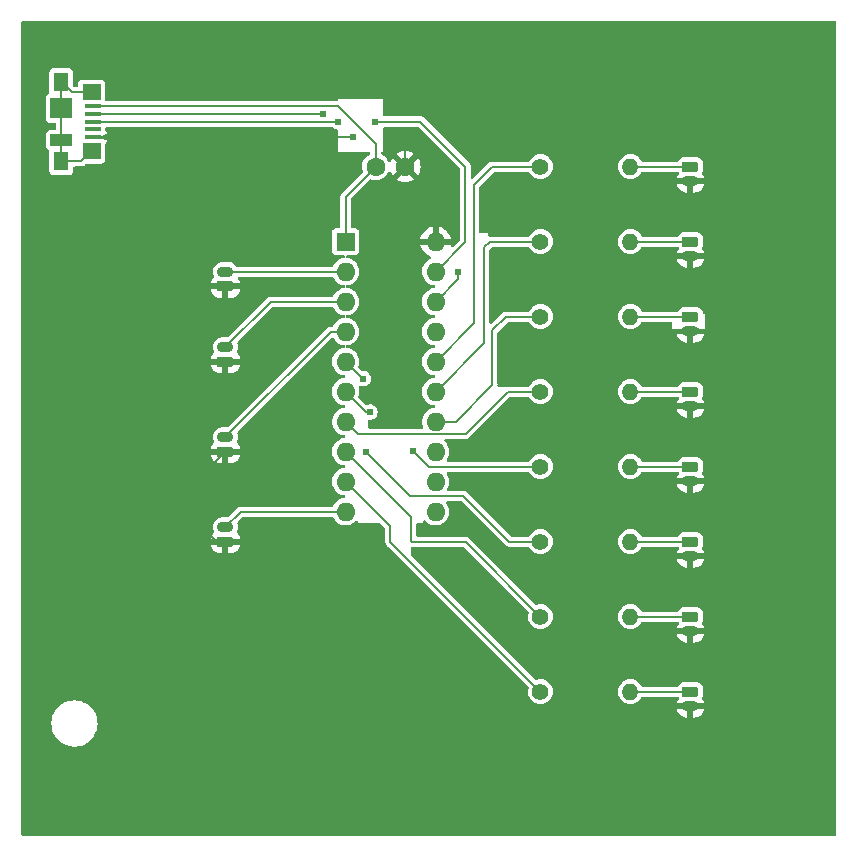
<source format=gtl>
G04 #@! TF.GenerationSoftware,KiCad,Pcbnew,(6.0.6)*
G04 #@! TF.CreationDate,2022-07-28T21:52:44+09:00*
G04 #@! TF.ProjectId,TargetSite,54617267-6574-4536-9974-652e6b696361,rev?*
G04 #@! TF.SameCoordinates,PX7bfa480PY7bfa480*
G04 #@! TF.FileFunction,Copper,L1,Top*
G04 #@! TF.FilePolarity,Positive*
%FSLAX46Y46*%
G04 Gerber Fmt 4.6, Leading zero omitted, Abs format (unit mm)*
G04 Created by KiCad (PCBNEW (6.0.6)) date 2022-07-28 21:52:44*
%MOMM*%
%LPD*%
G01*
G04 APERTURE LIST*
G04 Aperture macros list*
%AMRoundRect*
0 Rectangle with rounded corners*
0 $1 Rounding radius*
0 $2 $3 $4 $5 $6 $7 $8 $9 X,Y pos of 4 corners*
0 Add a 4 corners polygon primitive as box body*
4,1,4,$2,$3,$4,$5,$6,$7,$8,$9,$2,$3,0*
0 Add four circle primitives for the rounded corners*
1,1,$1+$1,$2,$3*
1,1,$1+$1,$4,$5*
1,1,$1+$1,$6,$7*
1,1,$1+$1,$8,$9*
0 Add four rect primitives between the rounded corners*
20,1,$1+$1,$2,$3,$4,$5,0*
20,1,$1+$1,$4,$5,$6,$7,0*
20,1,$1+$1,$6,$7,$8,$9,0*
20,1,$1+$1,$8,$9,$2,$3,0*%
G04 Aperture macros list end*
G04 #@! TA.AperFunction,ComponentPad*
%ADD10RoundRect,0.225000X-0.475000X0.225000X-0.475000X-0.225000X0.475000X-0.225000X0.475000X0.225000X0*%
G04 #@! TD*
G04 #@! TA.AperFunction,ComponentPad*
%ADD11O,1.400000X0.900000*%
G04 #@! TD*
G04 #@! TA.AperFunction,ComponentPad*
%ADD12C,1.400000*%
G04 #@! TD*
G04 #@! TA.AperFunction,ComponentPad*
%ADD13O,1.400000X1.400000*%
G04 #@! TD*
G04 #@! TA.AperFunction,ComponentPad*
%ADD14RoundRect,0.225000X0.475000X-0.225000X0.475000X0.225000X-0.475000X0.225000X-0.475000X-0.225000X0*%
G04 #@! TD*
G04 #@! TA.AperFunction,ComponentPad*
%ADD15R,1.600000X1.600000*%
G04 #@! TD*
G04 #@! TA.AperFunction,ComponentPad*
%ADD16O,1.600000X1.600000*%
G04 #@! TD*
G04 #@! TA.AperFunction,SMDPad,CuDef*
%ADD17R,1.380000X0.450000*%
G04 #@! TD*
G04 #@! TA.AperFunction,SMDPad,CuDef*
%ADD18R,1.300000X1.650000*%
G04 #@! TD*
G04 #@! TA.AperFunction,SMDPad,CuDef*
%ADD19R,1.900000X1.800000*%
G04 #@! TD*
G04 #@! TA.AperFunction,SMDPad,CuDef*
%ADD20R,1.900000X1.000000*%
G04 #@! TD*
G04 #@! TA.AperFunction,SMDPad,CuDef*
%ADD21R,1.550000X1.425000*%
G04 #@! TD*
G04 #@! TA.AperFunction,ComponentPad*
%ADD22C,1.600000*%
G04 #@! TD*
G04 #@! TA.AperFunction,ViaPad*
%ADD23C,0.605000*%
G04 #@! TD*
G04 #@! TA.AperFunction,Conductor*
%ADD24C,0.152400*%
G04 #@! TD*
G04 #@! TA.AperFunction,Conductor*
%ADD25C,0.200000*%
G04 #@! TD*
G04 APERTURE END LIST*
D10*
X57150000Y38100000D03*
D11*
X57150000Y36850000D03*
D12*
X44450000Y12700000D03*
D13*
X52070000Y12700000D03*
D12*
X44450000Y38100000D03*
D13*
X52070000Y38100000D03*
D14*
X17780000Y33020000D03*
D11*
X17780000Y34270000D03*
D15*
X27950000Y50800000D03*
D16*
X27950000Y48260000D03*
X27950000Y45720000D03*
X27950000Y43180000D03*
X27950000Y40640000D03*
X27950000Y38100000D03*
X27950000Y35560000D03*
X27950000Y33020000D03*
X27950000Y30480000D03*
X27950000Y27940000D03*
X35570000Y27940000D03*
X35570000Y30480000D03*
X35570000Y33020000D03*
X35570000Y35560000D03*
X35570000Y38100000D03*
X35570000Y40640000D03*
X35570000Y43180000D03*
X35570000Y45720000D03*
X35570000Y48260000D03*
X35570000Y50800000D03*
D10*
X57150000Y31750000D03*
D11*
X57150000Y30500000D03*
D17*
X6540000Y62260000D03*
X6540000Y61610000D03*
X6540000Y60960000D03*
X6540000Y60310000D03*
X6540000Y59660000D03*
D18*
X3880000Y57585000D03*
D19*
X3880000Y62110000D03*
D20*
X3880000Y59410000D03*
D18*
X3880000Y64335000D03*
D21*
X6455000Y58472500D03*
X6455000Y63447500D03*
D14*
X17780000Y47010000D03*
D11*
X17780000Y48260000D03*
D10*
X57150000Y19050000D03*
D11*
X57150000Y17800000D03*
D10*
X57150000Y12700000D03*
D11*
X57150000Y11450000D03*
D10*
X57150000Y57150000D03*
D11*
X57150000Y55900000D03*
D10*
X57150000Y44450000D03*
D11*
X57150000Y43200000D03*
D10*
X57150000Y25400000D03*
D11*
X57150000Y24150000D03*
D10*
X57150000Y50800000D03*
D11*
X57150000Y49550000D03*
D14*
X17780000Y25400000D03*
D11*
X17780000Y26650000D03*
D12*
X44450000Y44450000D03*
D13*
X52070000Y44450000D03*
D12*
X44450000Y19050000D03*
D13*
X52070000Y19050000D03*
D12*
X44450000Y50800000D03*
D13*
X52070000Y50800000D03*
D12*
X44450000Y31750000D03*
D13*
X52070000Y31750000D03*
D12*
X44450000Y57150000D03*
D13*
X52070000Y57150000D03*
D22*
X33000000Y57150000D03*
X30500000Y57150000D03*
D12*
X44450000Y25400000D03*
D13*
X52070000Y25400000D03*
D14*
X17780000Y40640000D03*
D11*
X17780000Y41890000D03*
D23*
X43815000Y67945000D03*
X66040000Y31750000D03*
X29210000Y5715000D03*
X23495000Y67945000D03*
X28575000Y59690000D03*
X8890000Y55880000D03*
X43180000Y5715000D03*
X60960000Y5080000D03*
X6350000Y50800000D03*
X33020000Y59690000D03*
X4445000Y24765000D03*
X63500000Y67945000D03*
X9822400Y63500000D03*
X4445000Y40005000D03*
X66040000Y44450000D03*
X12700000Y5715000D03*
X26020000Y61610000D03*
X37465000Y48260000D03*
X30480000Y60960000D03*
X27305000Y60960000D03*
X33657482Y33055768D03*
X30012072Y36362072D03*
X29444778Y39194137D03*
X29656721Y33005414D03*
D24*
X57150000Y24150000D02*
X62250000Y24150000D01*
X62250000Y36850000D02*
X63500000Y38100000D01*
X17060847Y25400000D02*
X17780000Y25400000D01*
X57150000Y30500000D02*
X62250000Y30500000D01*
X57150000Y63500000D02*
X63500000Y57150000D01*
X17780000Y33020000D02*
X15515423Y30755423D01*
X28545000Y59660000D02*
X28575000Y59690000D01*
X6350000Y44450000D02*
X6350000Y38100000D01*
X17780000Y47010000D02*
X8910000Y47010000D01*
X63500000Y31750000D02*
X63500000Y25400000D01*
X57150000Y55900000D02*
X62250000Y55900000D01*
X63500000Y25400000D02*
X63500000Y19050000D01*
X6350000Y38100000D02*
X6350000Y36110847D01*
X63500000Y19050000D02*
X63500000Y12700000D01*
X62250000Y24150000D02*
X63500000Y25400000D01*
X8920000Y59660000D02*
X28545000Y59660000D01*
X57150000Y36850000D02*
X62250000Y36850000D01*
X57150000Y43200000D02*
X62250000Y43200000D01*
X8890000Y55880000D02*
X8890000Y59630000D01*
X33000000Y59670000D02*
X33000000Y57150000D01*
X62250000Y49550000D02*
X63500000Y50800000D01*
X8890000Y53340000D02*
X6350000Y50800000D01*
X15515423Y30755423D02*
X11705423Y30755423D01*
X8890000Y55880000D02*
X8890000Y53340000D01*
X62250000Y11450000D02*
X57150000Y11450000D01*
X62250000Y55900000D02*
X63500000Y57150000D01*
X63500000Y50800000D02*
X63500000Y44450000D01*
X63500000Y44450000D02*
X63500000Y38100000D01*
X33020000Y59690000D02*
X33000000Y59670000D01*
X63500000Y12700000D02*
X62250000Y11450000D01*
X38100000Y63500000D02*
X57150000Y63500000D01*
X8910000Y47010000D02*
X6350000Y44450000D01*
X57150000Y49550000D02*
X62250000Y49550000D01*
X8890000Y59630000D02*
X8920000Y59660000D01*
X57150000Y17800000D02*
X62250000Y17800000D01*
X6540000Y59660000D02*
X8920000Y59660000D01*
X11705423Y30755423D02*
X17060847Y25400000D01*
X6350000Y50800000D02*
X6350000Y44450000D01*
X63500000Y38100000D02*
X63500000Y31750000D01*
X62250000Y17800000D02*
X63500000Y19050000D01*
X17780000Y40640000D02*
X8890000Y40640000D01*
X8890000Y40640000D02*
X6350000Y38100000D01*
X33000000Y57150000D02*
X35570000Y54580000D01*
X62250000Y30500000D02*
X63500000Y31750000D01*
X9822400Y63500000D02*
X38100000Y63500000D01*
X35570000Y54580000D02*
X35570000Y53985000D01*
X62250000Y43200000D02*
X63500000Y44450000D01*
X35570000Y53985000D02*
X35570000Y50800000D01*
X63500000Y57150000D02*
X63500000Y50800000D01*
X6350000Y36110847D02*
X11705423Y30755423D01*
X6540000Y62260000D02*
X27275000Y62260000D01*
X27275000Y62260000D02*
X30500000Y59035000D01*
X27950000Y54600000D02*
X27950000Y50800000D01*
X30500000Y57150000D02*
X27950000Y54600000D01*
X30500000Y59035000D02*
X30500000Y57150000D01*
D25*
X37465000Y47615000D02*
X35570000Y45720000D01*
X37465000Y48260000D02*
X37465000Y47615000D01*
X6540000Y61610000D02*
X26020000Y61610000D01*
X38100000Y57150000D02*
X38100000Y50790000D01*
X6540000Y60960000D02*
X27305000Y60960000D01*
X34290000Y60960000D02*
X38100000Y57150000D01*
X38100000Y50790000D02*
X35570000Y48260000D01*
X30480000Y60960000D02*
X34290000Y60960000D01*
D24*
X3880000Y57585000D02*
X5567500Y57585000D01*
X3880000Y64335000D02*
X3880000Y62110000D01*
X5567500Y57585000D02*
X6455000Y58472500D01*
X6455000Y63447500D02*
X4767500Y63447500D01*
X3880000Y62110000D02*
X3880000Y59410000D01*
X3880000Y59410000D02*
X3880000Y57585000D01*
X4767500Y63447500D02*
X3880000Y64335000D01*
X26690000Y43180000D02*
X17780000Y34270000D01*
X27950000Y43180000D02*
X26690000Y43180000D01*
X21610000Y45720000D02*
X17780000Y41890000D01*
X27950000Y45720000D02*
X21610000Y45720000D01*
X27950000Y48260000D02*
X17780000Y48260000D01*
X19070000Y27940000D02*
X17780000Y26650000D01*
X27950000Y27940000D02*
X19070000Y27940000D01*
X52070000Y57150000D02*
X57150000Y57150000D01*
X52070000Y50800000D02*
X57150000Y50800000D01*
X52070000Y44450000D02*
X57150000Y44450000D01*
X52070000Y38100000D02*
X57150000Y38100000D01*
X52070000Y31750000D02*
X57150000Y31750000D01*
X52070000Y25400000D02*
X57150000Y25400000D01*
X52070000Y19050000D02*
X57150000Y19050000D01*
X52070000Y12700000D02*
X57150000Y12700000D01*
X44450000Y57150000D02*
X40372425Y57150000D01*
X38820604Y55598179D02*
X38820604Y43890604D01*
X38820604Y43890604D02*
X35570000Y40640000D01*
X40372425Y57150000D02*
X38820604Y55598179D01*
X39710763Y42240763D02*
X35570000Y38100000D01*
X40168759Y50800000D02*
X39710763Y50342004D01*
X44450000Y50800000D02*
X40168759Y50800000D01*
X39710763Y50342004D02*
X39710763Y42240763D01*
X40388979Y43305511D02*
X40388979Y38685163D01*
X37263816Y35560000D02*
X35570000Y35560000D01*
X40388979Y38685163D02*
X37263816Y35560000D01*
X44450000Y44450000D02*
X41533468Y44450000D01*
X41533468Y44450000D02*
X40388979Y43305511D01*
X41694745Y38100000D02*
X38126145Y34531400D01*
X28978600Y34531400D02*
X27950000Y35560000D01*
X44450000Y38100000D02*
X41694745Y38100000D01*
X38126145Y34531400D02*
X28978600Y34531400D01*
X35005639Y31750000D02*
X33742260Y33013379D01*
X33699871Y33055768D02*
X33657482Y33055768D01*
X33742260Y33013379D02*
X33699871Y33055768D01*
X29687928Y36362072D02*
X27950000Y38100000D01*
X30012072Y36362072D02*
X29687928Y36362072D01*
X44450000Y31750000D02*
X35005639Y31750000D01*
X41797705Y25400000D02*
X37922480Y29275225D01*
X29444778Y39194137D02*
X29395863Y39194137D01*
X44450000Y25400000D02*
X41797705Y25400000D01*
X37922480Y29275225D02*
X33386910Y29275225D01*
X29395863Y39194137D02*
X27950000Y40640000D01*
X33386910Y29275225D02*
X29656721Y33005414D01*
X44450000Y19050000D02*
X38108276Y25391724D01*
X33615094Y25391724D02*
X33530317Y25476501D01*
X33530317Y25476501D02*
X33530317Y27439683D01*
X33530317Y27439683D02*
X27950000Y33020000D01*
X38108276Y25391724D02*
X33615094Y25391724D01*
X31750000Y25400000D02*
X31750000Y26680000D01*
X31750000Y26680000D02*
X27950000Y30480000D01*
X44450000Y12700000D02*
X31750000Y25400000D01*
G04 #@! TA.AperFunction,Conductor*
G36*
X69442121Y69479998D02*
G01*
X69488614Y69426342D01*
X69500000Y69374000D01*
X69500000Y626000D01*
X69479998Y557879D01*
X69426342Y511386D01*
X69374000Y500000D01*
X626000Y500000D01*
X557879Y520002D01*
X511386Y573658D01*
X500000Y626000D01*
X500000Y10030715D01*
X3044759Y10030715D01*
X3045003Y10026280D01*
X3045003Y10026276D01*
X3048384Y9964853D01*
X3059938Y9754913D01*
X3113825Y9484001D01*
X3205347Y9223384D01*
X3332678Y8978263D01*
X3335261Y8974648D01*
X3335265Y8974642D01*
X3372272Y8922856D01*
X3493275Y8753529D01*
X3683936Y8553665D01*
X3687431Y8550909D01*
X3687433Y8550908D01*
X3735469Y8513040D01*
X3900856Y8382659D01*
X3962559Y8346819D01*
X4135853Y8246161D01*
X4135859Y8246158D01*
X4139707Y8243923D01*
X4395723Y8140226D01*
X4400036Y8139155D01*
X4400041Y8139153D01*
X4659475Y8074709D01*
X4659480Y8074708D01*
X4663796Y8073636D01*
X4668224Y8073182D01*
X4668226Y8073182D01*
X4743339Y8065486D01*
X4899370Y8049500D01*
X5070362Y8049500D01*
X5275530Y8064027D01*
X5279885Y8064965D01*
X5279888Y8064965D01*
X5541215Y8121227D01*
X5541217Y8121227D01*
X5545562Y8122163D01*
X5804709Y8217767D01*
X5853185Y8243923D01*
X6043884Y8346819D01*
X6047800Y8348932D01*
X6269984Y8513040D01*
X6466829Y8706817D01*
X6634406Y8926396D01*
X6769373Y9167396D01*
X6869036Y9425009D01*
X6931407Y9694095D01*
X6955241Y9969285D01*
X6954997Y9973724D01*
X6940307Y10240644D01*
X6940306Y10240651D01*
X6940062Y10245087D01*
X6890932Y10492085D01*
X6887043Y10511636D01*
X6887042Y10511638D01*
X6886175Y10515999D01*
X6794653Y10776616D01*
X6667322Y11021737D01*
X6664739Y11025352D01*
X6664735Y11025358D01*
X6549992Y11185925D01*
X55976363Y11185925D01*
X56032310Y11033864D01*
X56037877Y11022451D01*
X56133708Y10867892D01*
X56141460Y10857826D01*
X56266408Y10725697D01*
X56276026Y10717395D01*
X56424987Y10613092D01*
X56436081Y10606892D01*
X56602980Y10534668D01*
X56615083Y10530829D01*
X56794600Y10493325D01*
X56804152Y10492085D01*
X56807384Y10492000D01*
X56877885Y10492000D01*
X56893124Y10496475D01*
X56894329Y10497865D01*
X56896000Y10505548D01*
X56896000Y10510115D01*
X57404000Y10510115D01*
X57408475Y10494876D01*
X57409865Y10493671D01*
X57417548Y10492000D01*
X57445447Y10492000D01*
X57451822Y10492323D01*
X57587277Y10506082D01*
X57599717Y10508636D01*
X57773244Y10563016D01*
X57784932Y10568025D01*
X57943979Y10656187D01*
X57954412Y10663438D01*
X58092491Y10781785D01*
X58101244Y10790976D01*
X58212711Y10934680D01*
X58219435Y10945440D01*
X58299732Y11108625D01*
X58304155Y11120519D01*
X58319251Y11178470D01*
X58318817Y11192564D01*
X58310636Y11196000D01*
X57422115Y11196000D01*
X57406876Y11191525D01*
X57405671Y11190135D01*
X57404000Y11182452D01*
X57404000Y10510115D01*
X56896000Y10510115D01*
X56896000Y11177885D01*
X56891525Y11193124D01*
X56890135Y11194329D01*
X56882452Y11196000D01*
X55990771Y11196000D01*
X55977240Y11192027D01*
X55976363Y11185925D01*
X6549992Y11185925D01*
X6509313Y11242850D01*
X6509310Y11242854D01*
X6506725Y11246471D01*
X6316064Y11446335D01*
X6312567Y11449092D01*
X6102639Y11614586D01*
X6102637Y11614587D01*
X6099144Y11617341D01*
X5949950Y11704000D01*
X5864147Y11753839D01*
X5864141Y11753842D01*
X5860293Y11756077D01*
X5604277Y11859774D01*
X5599964Y11860845D01*
X5599959Y11860847D01*
X5340525Y11925291D01*
X5340520Y11925292D01*
X5336204Y11926364D01*
X5331776Y11926818D01*
X5331774Y11926818D01*
X5246292Y11935576D01*
X5100630Y11950500D01*
X4929638Y11950500D01*
X4724470Y11935973D01*
X4720115Y11935035D01*
X4720112Y11935035D01*
X4458785Y11878773D01*
X4458783Y11878773D01*
X4454438Y11877837D01*
X4195291Y11782233D01*
X4191373Y11780119D01*
X3956116Y11653181D01*
X3952200Y11651068D01*
X3730016Y11486960D01*
X3533171Y11293183D01*
X3365594Y11073604D01*
X3363416Y11069715D01*
X3287793Y10934680D01*
X3230627Y10832604D01*
X3229023Y10828459D01*
X3229022Y10828456D01*
X3210493Y10780560D01*
X3130964Y10574991D01*
X3129961Y10570666D01*
X3129960Y10570661D01*
X3095634Y10422567D01*
X3068593Y10305905D01*
X3044759Y10030715D01*
X500000Y10030715D01*
X500000Y25129562D01*
X16572000Y25129562D01*
X16572337Y25123047D01*
X16581894Y25030943D01*
X16584788Y25017544D01*
X16634381Y24868893D01*
X16640555Y24855714D01*
X16722788Y24722827D01*
X16731824Y24711426D01*
X16842429Y24601014D01*
X16853840Y24592002D01*
X16986880Y24509996D01*
X17000061Y24503849D01*
X17148814Y24454509D01*
X17162190Y24451642D01*
X17253097Y24442328D01*
X17259513Y24442000D01*
X17507885Y24442000D01*
X17523124Y24446475D01*
X17524329Y24447865D01*
X17526000Y24455548D01*
X17526000Y24460115D01*
X18034000Y24460115D01*
X18038475Y24444876D01*
X18039865Y24443671D01*
X18047548Y24442000D01*
X18300438Y24442000D01*
X18306953Y24442337D01*
X18399057Y24451894D01*
X18412456Y24454788D01*
X18561107Y24504381D01*
X18574286Y24510555D01*
X18707173Y24592788D01*
X18718574Y24601824D01*
X18828986Y24712429D01*
X18837998Y24723840D01*
X18920004Y24856880D01*
X18926151Y24870061D01*
X18975491Y25018814D01*
X18978358Y25032190D01*
X18987672Y25123097D01*
X18987929Y25128126D01*
X18983525Y25143124D01*
X18982135Y25144329D01*
X18974452Y25146000D01*
X18052115Y25146000D01*
X18036876Y25141525D01*
X18035671Y25140135D01*
X18034000Y25132452D01*
X18034000Y24460115D01*
X17526000Y24460115D01*
X17526000Y25127885D01*
X17521525Y25143124D01*
X17520135Y25144329D01*
X17512452Y25146000D01*
X16590115Y25146000D01*
X16574876Y25141525D01*
X16573671Y25140135D01*
X16572000Y25132452D01*
X16572000Y25129562D01*
X500000Y25129562D01*
X500000Y32749562D01*
X16572000Y32749562D01*
X16572337Y32743047D01*
X16581894Y32650943D01*
X16584788Y32637544D01*
X16634381Y32488893D01*
X16640555Y32475714D01*
X16722788Y32342827D01*
X16731824Y32331426D01*
X16842429Y32221014D01*
X16853840Y32212002D01*
X16986880Y32129996D01*
X17000061Y32123849D01*
X17148814Y32074509D01*
X17162190Y32071642D01*
X17253097Y32062328D01*
X17259513Y32062000D01*
X17507885Y32062000D01*
X17523124Y32066475D01*
X17524329Y32067865D01*
X17526000Y32075548D01*
X17526000Y32080115D01*
X18034000Y32080115D01*
X18038475Y32064876D01*
X18039865Y32063671D01*
X18047548Y32062000D01*
X18300438Y32062000D01*
X18306953Y32062337D01*
X18399057Y32071894D01*
X18412456Y32074788D01*
X18561107Y32124381D01*
X18574286Y32130555D01*
X18707173Y32212788D01*
X18718574Y32221824D01*
X18828986Y32332429D01*
X18837998Y32343840D01*
X18920004Y32476880D01*
X18926151Y32490061D01*
X18975491Y32638814D01*
X18978358Y32652190D01*
X18987672Y32743097D01*
X18987929Y32748126D01*
X18983525Y32763124D01*
X18982135Y32764329D01*
X18974452Y32766000D01*
X18052115Y32766000D01*
X18036876Y32761525D01*
X18035671Y32760135D01*
X18034000Y32752452D01*
X18034000Y32080115D01*
X17526000Y32080115D01*
X17526000Y32747885D01*
X17521525Y32763124D01*
X17520135Y32764329D01*
X17512452Y32766000D01*
X16590115Y32766000D01*
X16574876Y32761525D01*
X16573671Y32760135D01*
X16572000Y32752452D01*
X16572000Y32749562D01*
X500000Y32749562D01*
X500000Y40369562D01*
X16572000Y40369562D01*
X16572337Y40363047D01*
X16581894Y40270943D01*
X16584788Y40257544D01*
X16634381Y40108893D01*
X16640555Y40095714D01*
X16722788Y39962827D01*
X16731824Y39951426D01*
X16842429Y39841014D01*
X16853840Y39832002D01*
X16986880Y39749996D01*
X17000061Y39743849D01*
X17148814Y39694509D01*
X17162190Y39691642D01*
X17253097Y39682328D01*
X17259513Y39682000D01*
X17507885Y39682000D01*
X17523124Y39686475D01*
X17524329Y39687865D01*
X17526000Y39695548D01*
X17526000Y39700115D01*
X18034000Y39700115D01*
X18038475Y39684876D01*
X18039865Y39683671D01*
X18047548Y39682000D01*
X18300438Y39682000D01*
X18306953Y39682337D01*
X18399057Y39691894D01*
X18412456Y39694788D01*
X18561107Y39744381D01*
X18574286Y39750555D01*
X18707173Y39832788D01*
X18718574Y39841824D01*
X18828986Y39952429D01*
X18837998Y39963840D01*
X18920004Y40096880D01*
X18926151Y40110061D01*
X18975491Y40258814D01*
X18978358Y40272190D01*
X18987672Y40363097D01*
X18987929Y40368126D01*
X18983525Y40383124D01*
X18982135Y40384329D01*
X18974452Y40386000D01*
X18052115Y40386000D01*
X18036876Y40381525D01*
X18035671Y40380135D01*
X18034000Y40372452D01*
X18034000Y39700115D01*
X17526000Y39700115D01*
X17526000Y40367885D01*
X17521525Y40383124D01*
X17520135Y40384329D01*
X17512452Y40386000D01*
X16590115Y40386000D01*
X16574876Y40381525D01*
X16573671Y40380135D01*
X16572000Y40372452D01*
X16572000Y40369562D01*
X500000Y40369562D01*
X500000Y46739562D01*
X16572000Y46739562D01*
X16572337Y46733047D01*
X16581894Y46640943D01*
X16584788Y46627544D01*
X16634381Y46478893D01*
X16640555Y46465714D01*
X16722788Y46332827D01*
X16731824Y46321426D01*
X16842429Y46211014D01*
X16853840Y46202002D01*
X16986880Y46119996D01*
X17000061Y46113849D01*
X17148814Y46064509D01*
X17162190Y46061642D01*
X17253097Y46052328D01*
X17259513Y46052000D01*
X17507885Y46052000D01*
X17523124Y46056475D01*
X17524329Y46057865D01*
X17526000Y46065548D01*
X17526000Y46070115D01*
X18034000Y46070115D01*
X18038475Y46054876D01*
X18039865Y46053671D01*
X18047548Y46052000D01*
X18300438Y46052000D01*
X18306953Y46052337D01*
X18399057Y46061894D01*
X18412456Y46064788D01*
X18561107Y46114381D01*
X18574286Y46120555D01*
X18707173Y46202788D01*
X18718574Y46211824D01*
X18828986Y46322429D01*
X18837998Y46333840D01*
X18920004Y46466880D01*
X18926151Y46480061D01*
X18975491Y46628814D01*
X18978358Y46642190D01*
X18987672Y46733097D01*
X18987929Y46738126D01*
X18983525Y46753124D01*
X18982135Y46754329D01*
X18974452Y46756000D01*
X18052115Y46756000D01*
X18036876Y46751525D01*
X18035671Y46750135D01*
X18034000Y46742452D01*
X18034000Y46070115D01*
X17526000Y46070115D01*
X17526000Y46737885D01*
X17521525Y46753124D01*
X17520135Y46754329D01*
X17512452Y46756000D01*
X16590115Y46756000D01*
X16574876Y46751525D01*
X16573671Y46750135D01*
X16572000Y46742452D01*
X16572000Y46739562D01*
X500000Y46739562D01*
X500000Y58876782D01*
X2579500Y58876782D01*
X2589642Y58807888D01*
X2641068Y58703145D01*
X2723650Y58620707D01*
X2810675Y58578168D01*
X2863090Y58530283D01*
X2881297Y58461661D01*
X2880479Y58452139D01*
X2880160Y58447742D01*
X2879500Y58443218D01*
X2879500Y56726782D01*
X2880170Y56722232D01*
X2880170Y56722229D01*
X2888216Y56667574D01*
X2889642Y56657888D01*
X2900994Y56634767D01*
X2928776Y56578182D01*
X2941068Y56553145D01*
X2979731Y56514549D01*
X3002147Y56492173D01*
X3023650Y56470707D01*
X3128482Y56419464D01*
X3147223Y56416730D01*
X3192256Y56410160D01*
X3192260Y56410160D01*
X3196782Y56409500D01*
X4563218Y56409500D01*
X4567768Y56410170D01*
X4567771Y56410170D01*
X4622426Y56418216D01*
X4622427Y56418216D01*
X4632112Y56419642D01*
X4726804Y56466133D01*
X4727507Y56466478D01*
X4727509Y56466479D01*
X4736855Y56471068D01*
X4819293Y56553650D01*
X4870536Y56658482D01*
X4875850Y56694907D01*
X4879840Y56722256D01*
X4879840Y56722260D01*
X4880500Y56726782D01*
X4880500Y57032300D01*
X4900502Y57100421D01*
X4954158Y57146914D01*
X5006500Y57158300D01*
X5534690Y57158300D01*
X5549498Y57157427D01*
X5581055Y57153692D01*
X5590317Y57155384D01*
X5590326Y57155384D01*
X5635652Y57163663D01*
X5639560Y57164314D01*
X5642380Y57164738D01*
X5694384Y57172556D01*
X5700548Y57175516D01*
X5707277Y57176745D01*
X5756515Y57202322D01*
X5760031Y57204079D01*
X5801559Y57224020D01*
X5801563Y57224022D01*
X5810050Y57228098D01*
X5815072Y57232741D01*
X5821141Y57235893D01*
X5825919Y57239974D01*
X5861094Y57275149D01*
X5864660Y57278579D01*
X5897356Y57308803D01*
X5904271Y57315195D01*
X5907810Y57321287D01*
X5912769Y57326824D01*
X5958540Y57372595D01*
X6020852Y57406621D01*
X6047635Y57409500D01*
X7263218Y57409500D01*
X7267768Y57410170D01*
X7267771Y57410170D01*
X7322426Y57418216D01*
X7322427Y57418216D01*
X7332112Y57419642D01*
X7382008Y57444140D01*
X7427507Y57466478D01*
X7427509Y57466479D01*
X7436855Y57471068D01*
X7519293Y57553650D01*
X7570536Y57658482D01*
X7580500Y57726782D01*
X7580500Y59013570D01*
X7600502Y59081691D01*
X7605674Y59089135D01*
X7674786Y59181351D01*
X7683324Y59196946D01*
X7728478Y59317394D01*
X7732105Y59332649D01*
X7737631Y59383514D01*
X7738000Y59390328D01*
X7738000Y59416885D01*
X7733525Y59432124D01*
X7732135Y59433329D01*
X7724452Y59435000D01*
X7527838Y59435000D01*
X7459717Y59455002D01*
X7452275Y59460994D01*
X7452200Y59460888D01*
X7443717Y59466939D01*
X7436350Y59474293D01*
X7339259Y59521752D01*
X7286843Y59569636D01*
X7268636Y59638258D01*
X7290420Y59705831D01*
X7339062Y59748054D01*
X7427507Y59791478D01*
X7427509Y59791479D01*
X7436855Y59796068D01*
X7488714Y59848018D01*
X7550996Y59882097D01*
X7577887Y59885000D01*
X7719884Y59885000D01*
X7735123Y59889475D01*
X7736328Y59890865D01*
X7737999Y59898548D01*
X7737999Y59929669D01*
X7737629Y59936490D01*
X7732105Y59987352D01*
X7728479Y60002604D01*
X7683324Y60123054D01*
X7674786Y60138649D01*
X7605674Y60230865D01*
X7580826Y60297372D01*
X7580500Y60306430D01*
X7580500Y60383500D01*
X7600502Y60451621D01*
X7654158Y60498114D01*
X7706500Y60509500D01*
X26781036Y60509500D01*
X26849157Y60489498D01*
X26865837Y60476693D01*
X26923951Y60423812D01*
X26930624Y60420189D01*
X26930628Y60420186D01*
X27056176Y60352020D01*
X27062849Y60348397D01*
X27210974Y60309537D01*
X27271789Y60272903D01*
X27303144Y60209206D01*
X27305000Y60187661D01*
X27305000Y58420000D01*
X29926120Y58420000D01*
X29994241Y58399998D01*
X30040734Y58346342D01*
X30050838Y58276068D01*
X30021344Y58211488D01*
X29990543Y58185715D01*
X29825821Y58087716D01*
X29820856Y58084762D01*
X29661881Y57945345D01*
X29530976Y57779292D01*
X29528287Y57774181D01*
X29528285Y57774178D01*
X29516142Y57751097D01*
X29432523Y57592164D01*
X29369820Y57390227D01*
X29344967Y57180246D01*
X29358796Y56969251D01*
X29360217Y56963655D01*
X29360218Y56963650D01*
X29405440Y56785592D01*
X29410845Y56764310D01*
X29410976Y56764026D01*
X29414762Y56694907D01*
X29381200Y56634645D01*
X27671478Y54924923D01*
X27660388Y54915068D01*
X27642834Y54901230D01*
X27642830Y54901226D01*
X27635435Y54895396D01*
X27603843Y54849685D01*
X27601610Y54846562D01*
X27568638Y54801921D01*
X27566373Y54795471D01*
X27562483Y54789843D01*
X27559645Y54780868D01*
X27559642Y54780863D01*
X27545756Y54736954D01*
X27544503Y54733197D01*
X27529243Y54689745D01*
X27529242Y54689742D01*
X27526123Y54680859D01*
X27525854Y54674023D01*
X27523793Y54667505D01*
X27523300Y54661241D01*
X27523300Y54611480D01*
X27523203Y54606534D01*
X27521086Y54552648D01*
X27522892Y54545837D01*
X27523300Y54538422D01*
X27523300Y52076500D01*
X27503298Y52008379D01*
X27449642Y51961886D01*
X27397300Y51950500D01*
X27116782Y51950500D01*
X27112232Y51949830D01*
X27112229Y51949830D01*
X27057574Y51941784D01*
X27057573Y51941784D01*
X27047888Y51940358D01*
X27034798Y51933931D01*
X26952493Y51893522D01*
X26952491Y51893521D01*
X26943145Y51888932D01*
X26860707Y51806350D01*
X26856134Y51796994D01*
X26856133Y51796993D01*
X26843023Y51770173D01*
X26809464Y51701518D01*
X26806239Y51679412D01*
X26800412Y51639467D01*
X26799500Y51633218D01*
X26799500Y49966782D01*
X26800170Y49962232D01*
X26800170Y49962229D01*
X26808216Y49907574D01*
X26809642Y49897888D01*
X26834140Y49847992D01*
X26854052Y49807436D01*
X26861068Y49793145D01*
X26943650Y49710707D01*
X27048482Y49659464D01*
X27078973Y49655016D01*
X27112256Y49650160D01*
X27112260Y49650160D01*
X27116782Y49649500D01*
X27764988Y49649500D01*
X27833109Y49629498D01*
X27879602Y49575842D01*
X27889706Y49505568D01*
X27860212Y49440988D01*
X27800486Y49402604D01*
X27786326Y49399320D01*
X27656650Y49377038D01*
X27656649Y49377038D01*
X27650953Y49376059D01*
X27452575Y49302873D01*
X27447614Y49299921D01*
X27447613Y49299921D01*
X27294158Y49208625D01*
X27270856Y49194762D01*
X27111881Y49055345D01*
X26980976Y48889292D01*
X26978287Y48884181D01*
X26978285Y48884178D01*
X26909812Y48754032D01*
X26860393Y48703060D01*
X26798304Y48686700D01*
X18777819Y48686700D01*
X18709698Y48706702D01*
X18670500Y48746680D01*
X18668485Y48749955D01*
X18664794Y48755955D01*
X18659868Y48760986D01*
X18659865Y48760989D01*
X18564344Y48858531D01*
X18539141Y48884268D01*
X18531346Y48889292D01*
X18394109Y48977735D01*
X18388183Y48981554D01*
X18381563Y48983963D01*
X18381560Y48983965D01*
X18226039Y49040570D01*
X18226036Y49040571D01*
X18219422Y49042978D01*
X18157384Y49050815D01*
X18084645Y49060004D01*
X18084642Y49060004D01*
X18080717Y49060500D01*
X17484845Y49060500D01*
X17351528Y49045546D01*
X17344875Y49043229D01*
X17344874Y49043229D01*
X17302604Y49028509D01*
X17181927Y48986485D01*
X17175953Y48982752D01*
X17175951Y48982751D01*
X17167924Y48977735D01*
X17029625Y48891316D01*
X16965635Y48827771D01*
X16907190Y48769733D01*
X16907187Y48769729D01*
X16902193Y48764770D01*
X16805963Y48613136D01*
X16803598Y48606494D01*
X16748081Y48450586D01*
X16748080Y48450581D01*
X16745719Y48443951D01*
X16744886Y48436965D01*
X16744885Y48436961D01*
X16742494Y48416906D01*
X16724455Y48265624D01*
X16725191Y48258621D01*
X16725191Y48258620D01*
X16731402Y48199530D01*
X16743227Y48087017D01*
X16745498Y48080346D01*
X16786002Y47961367D01*
X16801103Y47917007D01*
X16804792Y47911011D01*
X16804796Y47911002D01*
X16805808Y47909358D01*
X16806135Y47908158D01*
X16807794Y47904632D01*
X16807175Y47904341D01*
X16824466Y47840857D01*
X16803127Y47773143D01*
X16787663Y47754319D01*
X16731014Y47697571D01*
X16722002Y47686160D01*
X16639996Y47553120D01*
X16633849Y47539939D01*
X16584509Y47391186D01*
X16581642Y47377810D01*
X16572328Y47286903D01*
X16572071Y47281874D01*
X16576475Y47266876D01*
X16577865Y47265671D01*
X16585548Y47264000D01*
X18969885Y47264000D01*
X18985124Y47268475D01*
X18986329Y47269865D01*
X18988000Y47277548D01*
X18988000Y47280438D01*
X18987663Y47286953D01*
X18978106Y47379057D01*
X18975212Y47392456D01*
X18925619Y47541107D01*
X18919448Y47554279D01*
X18865786Y47640997D01*
X18846949Y47709449D01*
X18868110Y47777219D01*
X18922551Y47822790D01*
X18972931Y47833300D01*
X26799093Y47833300D01*
X26867214Y47813298D01*
X26913519Y47760051D01*
X26925272Y47734556D01*
X26949369Y47682286D01*
X27071405Y47509609D01*
X27107493Y47474454D01*
X27184151Y47399777D01*
X27222865Y47362063D01*
X27227661Y47358858D01*
X27227664Y47358856D01*
X27335275Y47286953D01*
X27398677Y47244589D01*
X27403985Y47242308D01*
X27403986Y47242308D01*
X27587650Y47163400D01*
X27587653Y47163399D01*
X27592953Y47161122D01*
X27598582Y47159848D01*
X27598583Y47159848D01*
X27793550Y47115731D01*
X27793553Y47115731D01*
X27799186Y47114456D01*
X27804958Y47114229D01*
X27810687Y47113475D01*
X27810327Y47110743D01*
X27866604Y47091784D01*
X27910950Y47036341D01*
X27918282Y46965724D01*
X27886271Y46902353D01*
X27825081Y46866349D01*
X27815704Y46864368D01*
X27656650Y46837038D01*
X27656649Y46837038D01*
X27650953Y46836059D01*
X27452575Y46762873D01*
X27447614Y46759921D01*
X27447613Y46759921D01*
X27413393Y46739562D01*
X27270856Y46654762D01*
X27111881Y46515345D01*
X26980976Y46349292D01*
X26978287Y46344181D01*
X26978285Y46344178D01*
X26909812Y46214032D01*
X26860393Y46163060D01*
X26798304Y46146700D01*
X21642811Y46146700D01*
X21628003Y46147573D01*
X21596446Y46151308D01*
X21587182Y46149616D01*
X21587181Y46149616D01*
X21541865Y46141340D01*
X21537962Y46140690D01*
X21492427Y46133844D01*
X21492426Y46133844D01*
X21483116Y46132444D01*
X21476952Y46129484D01*
X21470223Y46128255D01*
X21420985Y46102678D01*
X21417469Y46100921D01*
X21375941Y46080980D01*
X21375937Y46080978D01*
X21367450Y46076902D01*
X21362428Y46072259D01*
X21356359Y46069107D01*
X21351582Y46065026D01*
X21316419Y46029863D01*
X21312854Y46026434D01*
X21273229Y45989805D01*
X21269690Y45983712D01*
X21264726Y45978170D01*
X18013960Y42727405D01*
X17951648Y42693379D01*
X17924865Y42690500D01*
X17484845Y42690500D01*
X17351528Y42675546D01*
X17344875Y42673229D01*
X17344874Y42673229D01*
X17317347Y42663643D01*
X17181927Y42616485D01*
X17175953Y42612752D01*
X17175951Y42612751D01*
X17046379Y42531785D01*
X17029625Y42521316D01*
X16965635Y42457771D01*
X16907190Y42399733D01*
X16907187Y42399729D01*
X16902193Y42394770D01*
X16898419Y42388824D01*
X16898418Y42388822D01*
X16879681Y42359297D01*
X16805963Y42243136D01*
X16803598Y42236494D01*
X16748081Y42080586D01*
X16748080Y42080581D01*
X16745719Y42073951D01*
X16744886Y42066965D01*
X16744885Y42066961D01*
X16731695Y41956341D01*
X16724455Y41895624D01*
X16725191Y41888621D01*
X16725191Y41888620D01*
X16742037Y41728343D01*
X16743227Y41717017D01*
X16745498Y41710346D01*
X16797816Y41556663D01*
X16801103Y41547007D01*
X16804792Y41541011D01*
X16804796Y41541002D01*
X16805808Y41539358D01*
X16806135Y41538158D01*
X16807794Y41534632D01*
X16807175Y41534341D01*
X16824466Y41470857D01*
X16803127Y41403143D01*
X16787663Y41384319D01*
X16731014Y41327571D01*
X16722002Y41316160D01*
X16639996Y41183120D01*
X16633849Y41169939D01*
X16584509Y41021186D01*
X16581642Y41007810D01*
X16572328Y40916903D01*
X16572071Y40911874D01*
X16576475Y40896876D01*
X16577865Y40895671D01*
X16585548Y40894000D01*
X18969885Y40894000D01*
X18985124Y40898475D01*
X18986329Y40899865D01*
X18988000Y40907548D01*
X18988000Y40910438D01*
X18987663Y40916953D01*
X18978106Y41009057D01*
X18975212Y41022456D01*
X18925619Y41171107D01*
X18919445Y41184286D01*
X18837212Y41317173D01*
X18828176Y41328574D01*
X18773068Y41383585D01*
X18738988Y41445867D01*
X18743991Y41516688D01*
X18748837Y41527993D01*
X18750264Y41530918D01*
X18754037Y41536864D01*
X18774252Y41593633D01*
X18811919Y41699414D01*
X18811920Y41699419D01*
X18814281Y41706049D01*
X18815114Y41713035D01*
X18815115Y41713039D01*
X18834711Y41877383D01*
X18835545Y41884376D01*
X18828258Y41953709D01*
X18817510Y42055975D01*
X18817509Y42055979D01*
X18816773Y42062983D01*
X18775928Y42182966D01*
X18772910Y42253898D01*
X18806111Y42312666D01*
X21749840Y45256395D01*
X21812152Y45290421D01*
X21838935Y45293300D01*
X26799093Y45293300D01*
X26867214Y45273298D01*
X26913519Y45220051D01*
X26949369Y45142286D01*
X27071405Y44969609D01*
X27135238Y44907426D01*
X27185427Y44858534D01*
X27222865Y44822063D01*
X27227661Y44818858D01*
X27227664Y44818856D01*
X27315954Y44759863D01*
X27398677Y44704589D01*
X27403985Y44702308D01*
X27403986Y44702308D01*
X27587650Y44623400D01*
X27587653Y44623399D01*
X27592953Y44621122D01*
X27598582Y44619848D01*
X27598583Y44619848D01*
X27793550Y44575731D01*
X27793553Y44575731D01*
X27799186Y44574456D01*
X27804958Y44574229D01*
X27810687Y44573475D01*
X27810327Y44570743D01*
X27866604Y44551784D01*
X27910950Y44496341D01*
X27918282Y44425724D01*
X27886271Y44362353D01*
X27825081Y44326349D01*
X27815704Y44324368D01*
X27656650Y44297038D01*
X27656649Y44297038D01*
X27650953Y44296059D01*
X27452575Y44222873D01*
X27447614Y44219921D01*
X27447613Y44219921D01*
X27430089Y44209495D01*
X27270856Y44114762D01*
X27111881Y43975345D01*
X26980976Y43809292D01*
X26978287Y43804181D01*
X26978285Y43804178D01*
X26909812Y43674032D01*
X26860393Y43623060D01*
X26798304Y43606700D01*
X26722811Y43606700D01*
X26708003Y43607573D01*
X26676446Y43611308D01*
X26667182Y43609616D01*
X26667181Y43609616D01*
X26621865Y43601340D01*
X26617962Y43600690D01*
X26572427Y43593844D01*
X26572426Y43593844D01*
X26563116Y43592444D01*
X26556952Y43589484D01*
X26550223Y43588255D01*
X26500985Y43562678D01*
X26497469Y43560921D01*
X26455941Y43540980D01*
X26455937Y43540978D01*
X26447450Y43536902D01*
X26442428Y43532259D01*
X26436359Y43529107D01*
X26431582Y43525027D01*
X26396406Y43489851D01*
X26392841Y43486422D01*
X26353229Y43449805D01*
X26349690Y43443713D01*
X26344731Y43438176D01*
X18013960Y35107405D01*
X17951648Y35073379D01*
X17924865Y35070500D01*
X17484845Y35070500D01*
X17351528Y35055546D01*
X17181927Y34996485D01*
X17175953Y34992752D01*
X17175951Y34992751D01*
X17128871Y34963332D01*
X17029625Y34901316D01*
X16965635Y34837771D01*
X16907190Y34779733D01*
X16907187Y34779729D01*
X16902193Y34774770D01*
X16805963Y34623136D01*
X16803598Y34616494D01*
X16748081Y34460586D01*
X16748080Y34460581D01*
X16745719Y34453951D01*
X16744886Y34446965D01*
X16744885Y34446961D01*
X16738306Y34391784D01*
X16724455Y34275624D01*
X16725191Y34268621D01*
X16725191Y34268620D01*
X16742430Y34104603D01*
X16743227Y34097017D01*
X16745498Y34090346D01*
X16797816Y33936663D01*
X16801103Y33927007D01*
X16804792Y33921011D01*
X16804796Y33921002D01*
X16805808Y33919358D01*
X16806135Y33918158D01*
X16807794Y33914632D01*
X16807175Y33914341D01*
X16824466Y33850857D01*
X16803127Y33783143D01*
X16787663Y33764319D01*
X16731014Y33707571D01*
X16722002Y33696160D01*
X16639996Y33563120D01*
X16633849Y33549939D01*
X16584509Y33401186D01*
X16581642Y33387810D01*
X16572328Y33296903D01*
X16572071Y33291874D01*
X16576475Y33276876D01*
X16577865Y33275671D01*
X16585548Y33274000D01*
X18969885Y33274000D01*
X18985124Y33278475D01*
X18986329Y33279865D01*
X18988000Y33287548D01*
X18988000Y33290438D01*
X18987663Y33296953D01*
X18978106Y33389057D01*
X18975212Y33402456D01*
X18925619Y33551107D01*
X18919445Y33564286D01*
X18837212Y33697173D01*
X18828176Y33708574D01*
X18773068Y33763585D01*
X18738988Y33825867D01*
X18743991Y33896688D01*
X18748837Y33907993D01*
X18750264Y33910918D01*
X18754037Y33916864D01*
X18794694Y34031042D01*
X18811919Y34079414D01*
X18811920Y34079419D01*
X18814281Y34086049D01*
X18815114Y34093035D01*
X18815115Y34093039D01*
X18830847Y34224979D01*
X18835545Y34264376D01*
X18832550Y34292876D01*
X18817510Y34435975D01*
X18817509Y34435979D01*
X18816773Y34442983D01*
X18775928Y34562966D01*
X18772910Y34633898D01*
X18806111Y34692666D01*
X26748127Y42634682D01*
X26810439Y42668708D01*
X26881254Y42663643D01*
X26938090Y42621096D01*
X26946340Y42608588D01*
X26946954Y42607524D01*
X26949369Y42602286D01*
X27071405Y42429609D01*
X27222865Y42282063D01*
X27227661Y42278858D01*
X27227664Y42278856D01*
X27318118Y42218417D01*
X27398677Y42164589D01*
X27403985Y42162308D01*
X27403986Y42162308D01*
X27587650Y42083400D01*
X27587653Y42083399D01*
X27592953Y42081122D01*
X27598582Y42079848D01*
X27598583Y42079848D01*
X27793550Y42035731D01*
X27793553Y42035731D01*
X27799186Y42034456D01*
X27804958Y42034229D01*
X27810687Y42033475D01*
X27810327Y42030743D01*
X27866604Y42011784D01*
X27910950Y41956341D01*
X27918282Y41885724D01*
X27886271Y41822353D01*
X27825081Y41786349D01*
X27815704Y41784368D01*
X27656650Y41757038D01*
X27656649Y41757038D01*
X27650953Y41756059D01*
X27452575Y41682873D01*
X27447614Y41679921D01*
X27447613Y41679921D01*
X27430089Y41669495D01*
X27270856Y41574762D01*
X27111881Y41435345D01*
X26980976Y41269292D01*
X26978287Y41264181D01*
X26978285Y41264178D01*
X26964792Y41238531D01*
X26882523Y41082164D01*
X26819820Y40880227D01*
X26794967Y40670246D01*
X26808796Y40459251D01*
X26810217Y40453655D01*
X26810218Y40453650D01*
X26831574Y40369562D01*
X26860845Y40254310D01*
X26863262Y40249067D01*
X26946951Y40067531D01*
X26949369Y40062286D01*
X27071405Y39889609D01*
X27075539Y39885582D01*
X27214722Y39749996D01*
X27222865Y39742063D01*
X27227661Y39738858D01*
X27227664Y39738856D01*
X27312755Y39682000D01*
X27398677Y39624589D01*
X27403985Y39622308D01*
X27403986Y39622308D01*
X27587650Y39543400D01*
X27587653Y39543399D01*
X27592953Y39541122D01*
X27598582Y39539848D01*
X27598583Y39539848D01*
X27793550Y39495731D01*
X27793553Y39495731D01*
X27799186Y39494456D01*
X27804958Y39494229D01*
X27810687Y39493475D01*
X27810327Y39490743D01*
X27866604Y39471784D01*
X27910950Y39416341D01*
X27918282Y39345724D01*
X27886271Y39282353D01*
X27825081Y39246349D01*
X27815704Y39244368D01*
X27656650Y39217038D01*
X27656649Y39217038D01*
X27650953Y39216059D01*
X27452575Y39142873D01*
X27447614Y39139921D01*
X27447613Y39139921D01*
X27310254Y39058201D01*
X27270856Y39034762D01*
X27111881Y38895345D01*
X26980976Y38729292D01*
X26978287Y38724181D01*
X26978285Y38724178D01*
X26939879Y38651180D01*
X26882523Y38542164D01*
X26819820Y38340227D01*
X26794967Y38130246D01*
X26808796Y37919251D01*
X26810217Y37913655D01*
X26810218Y37913650D01*
X26832784Y37824800D01*
X26860845Y37714310D01*
X26863262Y37709067D01*
X26893544Y37643381D01*
X26949369Y37522286D01*
X27071405Y37349609D01*
X27075539Y37345582D01*
X27193980Y37230202D01*
X27222865Y37202063D01*
X27227661Y37198858D01*
X27227664Y37198856D01*
X27322169Y37135710D01*
X27398677Y37084589D01*
X27403985Y37082308D01*
X27403986Y37082308D01*
X27587650Y37003400D01*
X27587653Y37003399D01*
X27592953Y37001122D01*
X27598582Y36999848D01*
X27598583Y36999848D01*
X27793550Y36955731D01*
X27793553Y36955731D01*
X27799186Y36954456D01*
X27804958Y36954229D01*
X27810687Y36953475D01*
X27810327Y36950743D01*
X27866604Y36931784D01*
X27910950Y36876341D01*
X27918282Y36805724D01*
X27886271Y36742353D01*
X27825081Y36706349D01*
X27815704Y36704368D01*
X27656650Y36677038D01*
X27656649Y36677038D01*
X27650953Y36676059D01*
X27452575Y36602873D01*
X27447614Y36599921D01*
X27447613Y36599921D01*
X27294158Y36508625D01*
X27270856Y36494762D01*
X27111881Y36355345D01*
X26980976Y36189292D01*
X26978287Y36184181D01*
X26978285Y36184178D01*
X26964792Y36158531D01*
X26882523Y36002164D01*
X26849706Y35896475D01*
X26824153Y35814180D01*
X26819820Y35800227D01*
X26794967Y35590246D01*
X26808796Y35379251D01*
X26860845Y35174310D01*
X26863260Y35169072D01*
X26863262Y35169067D01*
X26899692Y35090045D01*
X26949369Y34982286D01*
X27071405Y34809609D01*
X27222865Y34662063D01*
X27227661Y34658858D01*
X27227664Y34658856D01*
X27296303Y34612993D01*
X27398677Y34544589D01*
X27403985Y34542308D01*
X27403986Y34542308D01*
X27587650Y34463400D01*
X27587653Y34463399D01*
X27592953Y34461122D01*
X27598582Y34459848D01*
X27598583Y34459848D01*
X27793550Y34415731D01*
X27793553Y34415731D01*
X27799186Y34414456D01*
X27804958Y34414229D01*
X27810687Y34413475D01*
X27810327Y34410743D01*
X27866604Y34391784D01*
X27910950Y34336341D01*
X27918282Y34265724D01*
X27886271Y34202353D01*
X27825081Y34166349D01*
X27815704Y34164368D01*
X27656650Y34137038D01*
X27656649Y34137038D01*
X27650953Y34136059D01*
X27452575Y34062873D01*
X27447614Y34059921D01*
X27447613Y34059921D01*
X27377258Y34018064D01*
X27270856Y33954762D01*
X27111881Y33815345D01*
X26980976Y33649292D01*
X26978287Y33644181D01*
X26978285Y33644178D01*
X26963443Y33615967D01*
X26882523Y33462164D01*
X26819820Y33260227D01*
X26794967Y33050246D01*
X26808796Y32839251D01*
X26810217Y32833655D01*
X26810218Y32833650D01*
X26837593Y32725863D01*
X26860845Y32634310D01*
X26863262Y32629067D01*
X26935362Y32472669D01*
X26949369Y32442286D01*
X27071405Y32269609D01*
X27120458Y32221824D01*
X27214722Y32129996D01*
X27222865Y32122063D01*
X27227661Y32118858D01*
X27227664Y32118856D01*
X27312755Y32062000D01*
X27398677Y32004589D01*
X27403985Y32002308D01*
X27403986Y32002308D01*
X27587650Y31923400D01*
X27587653Y31923399D01*
X27592953Y31921122D01*
X27598582Y31919848D01*
X27598583Y31919848D01*
X27793550Y31875731D01*
X27793553Y31875731D01*
X27799186Y31874456D01*
X27804958Y31874229D01*
X27810687Y31873475D01*
X27810327Y31870743D01*
X27866604Y31851784D01*
X27910950Y31796341D01*
X27918282Y31725724D01*
X27886271Y31662353D01*
X27825081Y31626349D01*
X27815704Y31624368D01*
X27656650Y31597038D01*
X27656649Y31597038D01*
X27650953Y31596059D01*
X27452575Y31522873D01*
X27447614Y31519921D01*
X27447613Y31519921D01*
X27310254Y31438201D01*
X27270856Y31414762D01*
X27111881Y31275345D01*
X26980976Y31109292D01*
X26978287Y31104181D01*
X26978285Y31104178D01*
X26964792Y31078531D01*
X26882523Y30922164D01*
X26819820Y30720227D01*
X26794967Y30510246D01*
X26808796Y30299251D01*
X26810217Y30293655D01*
X26810218Y30293650D01*
X26832784Y30204800D01*
X26860845Y30094310D01*
X26949369Y29902286D01*
X27071405Y29729609D01*
X27222865Y29582063D01*
X27227661Y29578858D01*
X27227664Y29578856D01*
X27280840Y29543325D01*
X27398677Y29464589D01*
X27403985Y29462308D01*
X27403986Y29462308D01*
X27587650Y29383400D01*
X27587653Y29383399D01*
X27592953Y29381122D01*
X27598582Y29379848D01*
X27598583Y29379848D01*
X27793550Y29335731D01*
X27793553Y29335731D01*
X27799186Y29334456D01*
X27804958Y29334229D01*
X27810687Y29333475D01*
X27810327Y29330743D01*
X27866604Y29311784D01*
X27910950Y29256341D01*
X27918282Y29185724D01*
X27886271Y29122353D01*
X27825081Y29086349D01*
X27815704Y29084368D01*
X27656650Y29057038D01*
X27656649Y29057038D01*
X27650953Y29056059D01*
X27452575Y28982873D01*
X27447614Y28979921D01*
X27447613Y28979921D01*
X27310254Y28898201D01*
X27270856Y28874762D01*
X27111881Y28735345D01*
X26980976Y28569292D01*
X26978287Y28564181D01*
X26978285Y28564178D01*
X26909812Y28434032D01*
X26860393Y28383060D01*
X26798304Y28366700D01*
X19102803Y28366700D01*
X19087993Y28367573D01*
X19065798Y28370200D01*
X19056445Y28371307D01*
X19047181Y28369615D01*
X19047178Y28369615D01*
X19001878Y28361342D01*
X18997975Y28360692D01*
X18952425Y28353844D01*
X18952422Y28353843D01*
X18943116Y28352444D01*
X18936951Y28349484D01*
X18930223Y28348255D01*
X18880985Y28322678D01*
X18877469Y28320921D01*
X18835941Y28300980D01*
X18835937Y28300978D01*
X18827450Y28296902D01*
X18822428Y28292259D01*
X18816359Y28289107D01*
X18811581Y28285026D01*
X18776406Y28249851D01*
X18772841Y28246422D01*
X18733229Y28209805D01*
X18729690Y28203713D01*
X18724731Y28198176D01*
X18013960Y27487405D01*
X17951648Y27453379D01*
X17924865Y27450500D01*
X17484845Y27450500D01*
X17351528Y27435546D01*
X17181927Y27376485D01*
X17175953Y27372752D01*
X17175951Y27372751D01*
X17044490Y27290605D01*
X17029625Y27281316D01*
X16965635Y27217771D01*
X16907190Y27159733D01*
X16907187Y27159729D01*
X16902193Y27154770D01*
X16898419Y27148824D01*
X16898418Y27148822D01*
X16879681Y27119297D01*
X16805963Y27003136D01*
X16803598Y26996494D01*
X16748081Y26840586D01*
X16748080Y26840581D01*
X16745719Y26833951D01*
X16744886Y26826965D01*
X16744885Y26826961D01*
X16729648Y26699177D01*
X16724455Y26655624D01*
X16725191Y26648621D01*
X16725191Y26648620D01*
X16736591Y26540160D01*
X16743227Y26477017D01*
X16745498Y26470346D01*
X16779600Y26370173D01*
X16801103Y26307007D01*
X16804792Y26301011D01*
X16804796Y26301002D01*
X16805808Y26299358D01*
X16806135Y26298158D01*
X16807794Y26294632D01*
X16807175Y26294341D01*
X16824466Y26230857D01*
X16803127Y26163143D01*
X16787663Y26144319D01*
X16731014Y26087571D01*
X16722002Y26076160D01*
X16639996Y25943120D01*
X16633849Y25929939D01*
X16584509Y25781186D01*
X16581642Y25767810D01*
X16572328Y25676903D01*
X16572071Y25671874D01*
X16576475Y25656876D01*
X16577865Y25655671D01*
X16585548Y25654000D01*
X18969885Y25654000D01*
X18985124Y25658475D01*
X18986329Y25659865D01*
X18988000Y25667548D01*
X18988000Y25670438D01*
X18987663Y25676953D01*
X18978106Y25769057D01*
X18975212Y25782456D01*
X18925619Y25931107D01*
X18919445Y25944286D01*
X18837212Y26077173D01*
X18828176Y26088574D01*
X18773068Y26143585D01*
X18738988Y26205867D01*
X18743991Y26276688D01*
X18748837Y26287993D01*
X18750264Y26290918D01*
X18754037Y26296864D01*
X18780141Y26370173D01*
X18811919Y26459414D01*
X18811920Y26459419D01*
X18814281Y26466049D01*
X18815114Y26473035D01*
X18815115Y26473039D01*
X18834711Y26637383D01*
X18835545Y26644376D01*
X18820557Y26786982D01*
X18817510Y26815975D01*
X18817509Y26815979D01*
X18816773Y26822983D01*
X18809823Y26843400D01*
X18775928Y26942966D01*
X18772910Y27013898D01*
X18806111Y27072666D01*
X19209840Y27476395D01*
X19272152Y27510421D01*
X19298935Y27513300D01*
X26799093Y27513300D01*
X26867214Y27493298D01*
X26913519Y27440051D01*
X26949369Y27362286D01*
X27071405Y27189609D01*
X27222865Y27042063D01*
X27227661Y27038858D01*
X27227664Y27038856D01*
X27341049Y26963095D01*
X27398677Y26924589D01*
X27403985Y26922308D01*
X27403986Y26922308D01*
X27587650Y26843400D01*
X27587653Y26843399D01*
X27592953Y26841122D01*
X27598582Y26839848D01*
X27598583Y26839848D01*
X27793550Y26795731D01*
X27793553Y26795731D01*
X27799186Y26794456D01*
X27804957Y26794229D01*
X27804959Y26794229D01*
X27866989Y26791792D01*
X28010470Y26786154D01*
X28016179Y26786982D01*
X28016183Y26786982D01*
X28214015Y26815667D01*
X28214019Y26815668D01*
X28219730Y26816496D01*
X28298987Y26843400D01*
X28414483Y26882605D01*
X28414488Y26882607D01*
X28419955Y26884463D01*
X28424998Y26887287D01*
X28599395Y26984954D01*
X28599399Y26984957D01*
X28604442Y26987781D01*
X28767012Y27122988D01*
X28777126Y27135148D01*
X28836062Y27174733D01*
X28907044Y27176170D01*
X28967535Y27139003D01*
X28998329Y27075032D01*
X29000000Y27054580D01*
X29000000Y27000000D01*
X30774365Y27000000D01*
X30842486Y26979998D01*
X30863460Y26963095D01*
X31286395Y26540160D01*
X31320421Y26477848D01*
X31323300Y26451065D01*
X31323300Y25432810D01*
X31322427Y25418002D01*
X31318692Y25386445D01*
X31320384Y25377183D01*
X31320384Y25377174D01*
X31328663Y25331848D01*
X31329314Y25327940D01*
X31337556Y25273116D01*
X31340516Y25266952D01*
X31341745Y25260223D01*
X31367322Y25210985D01*
X31369079Y25207469D01*
X31389020Y25165941D01*
X31389022Y25165937D01*
X31393098Y25157450D01*
X31397741Y25152428D01*
X31400893Y25146359D01*
X31404974Y25141581D01*
X31440149Y25106406D01*
X31443578Y25102841D01*
X31480195Y25063229D01*
X31486287Y25059690D01*
X31491824Y25054731D01*
X43413790Y13132765D01*
X43447816Y13070453D01*
X43444797Y13005572D01*
X43419347Y12925342D01*
X43417484Y12919468D01*
X43416798Y12913351D01*
X43416797Y12913347D01*
X43395207Y12720863D01*
X43394520Y12714738D01*
X43411759Y12509447D01*
X43413458Y12503522D01*
X43432453Y12437280D01*
X43468544Y12311414D01*
X43471359Y12305937D01*
X43471360Y12305934D01*
X43534569Y12182942D01*
X43562712Y12128182D01*
X43690677Y11966730D01*
X43695370Y11962736D01*
X43695371Y11962735D01*
X43818314Y11858103D01*
X43847564Y11833209D01*
X44027398Y11732703D01*
X44084729Y11714075D01*
X44217471Y11670944D01*
X44217475Y11670943D01*
X44223329Y11669041D01*
X44427894Y11644649D01*
X44434029Y11645121D01*
X44434031Y11645121D01*
X44490039Y11649431D01*
X44633300Y11660454D01*
X44639230Y11662110D01*
X44639232Y11662110D01*
X44801571Y11707436D01*
X44831725Y11715855D01*
X44837214Y11718628D01*
X44837220Y11718630D01*
X45010116Y11805967D01*
X45015610Y11808742D01*
X45177951Y11935576D01*
X45194338Y11954560D01*
X45308540Y12086866D01*
X45308540Y12086867D01*
X45312564Y12091528D01*
X45333387Y12128182D01*
X45373927Y12199546D01*
X45414323Y12270656D01*
X45479351Y12466137D01*
X45505171Y12670526D01*
X45505583Y12700000D01*
X45504138Y12714738D01*
X51014520Y12714738D01*
X51031759Y12509447D01*
X51033458Y12503522D01*
X51052453Y12437280D01*
X51088544Y12311414D01*
X51091359Y12305937D01*
X51091360Y12305934D01*
X51154569Y12182942D01*
X51182712Y12128182D01*
X51310677Y11966730D01*
X51315370Y11962736D01*
X51315371Y11962735D01*
X51438314Y11858103D01*
X51467564Y11833209D01*
X51647398Y11732703D01*
X51704729Y11714075D01*
X51837471Y11670944D01*
X51837475Y11670943D01*
X51843329Y11669041D01*
X52047894Y11644649D01*
X52054029Y11645121D01*
X52054031Y11645121D01*
X52110039Y11649431D01*
X52253300Y11660454D01*
X52259230Y11662110D01*
X52259232Y11662110D01*
X52421571Y11707436D01*
X52451725Y11715855D01*
X52457214Y11718628D01*
X52457220Y11718630D01*
X52630116Y11805967D01*
X52635610Y11808742D01*
X52797951Y11935576D01*
X52814338Y11954560D01*
X52928540Y12086866D01*
X52928540Y12086867D01*
X52932564Y12091528D01*
X52935608Y12096886D01*
X52999603Y12209537D01*
X53050642Y12258888D01*
X53109159Y12273300D01*
X56051439Y12273300D01*
X56119560Y12253298D01*
X56164655Y12199340D01*
X56165013Y12199546D01*
X56166197Y12197495D01*
X56167846Y12195522D01*
X56172300Y12184770D01*
X56170003Y12183819D01*
X56183777Y12127040D01*
X56157480Y12055811D01*
X56087289Y11965320D01*
X56080565Y11954560D01*
X56000268Y11791375D01*
X55995845Y11779481D01*
X55980749Y11721530D01*
X55981183Y11707436D01*
X55989364Y11704000D01*
X58309229Y11704000D01*
X58322760Y11707973D01*
X58323637Y11714075D01*
X58267690Y11866136D01*
X58262123Y11877549D01*
X58166292Y12032108D01*
X58158541Y12042173D01*
X58152030Y12049058D01*
X58119757Y12112295D01*
X58126796Y12182942D01*
X58127668Y12184728D01*
X58127698Y12184767D01*
X58185687Y12324764D01*
X58200500Y12437280D01*
X58200500Y12962720D01*
X58185687Y13075236D01*
X58127698Y13215233D01*
X58035451Y13335451D01*
X57915233Y13427698D01*
X57775236Y13485687D01*
X57662720Y13500500D01*
X56637280Y13500500D01*
X56524764Y13485687D01*
X56384767Y13427698D01*
X56264549Y13335451D01*
X56172302Y13215233D01*
X56169144Y13207609D01*
X56169140Y13207602D01*
X56167846Y13204478D01*
X56166048Y13202247D01*
X56165010Y13200449D01*
X56164730Y13200611D01*
X56123297Y13149199D01*
X56051439Y13126700D01*
X53108644Y13126700D01*
X53040523Y13146702D01*
X52997392Y13193548D01*
X52952114Y13278706D01*
X52952110Y13278713D01*
X52949218Y13284151D01*
X52875859Y13374098D01*
X52822906Y13439025D01*
X52822903Y13439028D01*
X52819011Y13443800D01*
X52801786Y13458050D01*
X52665025Y13571189D01*
X52665021Y13571191D01*
X52660275Y13575118D01*
X52479055Y13673103D01*
X52282254Y13734023D01*
X52276129Y13734667D01*
X52276128Y13734667D01*
X52083498Y13754913D01*
X52083496Y13754913D01*
X52077369Y13755557D01*
X51990529Y13747654D01*
X51878342Y13737445D01*
X51878339Y13737444D01*
X51872203Y13736886D01*
X51674572Y13678720D01*
X51492002Y13583274D01*
X51487201Y13579414D01*
X51487198Y13579412D01*
X51370628Y13485687D01*
X51331447Y13454185D01*
X51199024Y13296370D01*
X51196056Y13290972D01*
X51196053Y13290967D01*
X51109082Y13132765D01*
X51099776Y13115838D01*
X51037484Y12919468D01*
X51036798Y12913351D01*
X51036797Y12913347D01*
X51015207Y12720863D01*
X51014520Y12714738D01*
X45504138Y12714738D01*
X45485480Y12905030D01*
X45425935Y13102251D01*
X45329218Y13284151D01*
X45255859Y13374098D01*
X45202906Y13439025D01*
X45202903Y13439028D01*
X45199011Y13443800D01*
X45181786Y13458050D01*
X45045025Y13571189D01*
X45045021Y13571191D01*
X45040275Y13575118D01*
X44859055Y13673103D01*
X44662254Y13734023D01*
X44656129Y13734667D01*
X44656128Y13734667D01*
X44463498Y13754913D01*
X44463496Y13754913D01*
X44457369Y13755557D01*
X44370529Y13747654D01*
X44258342Y13737445D01*
X44258339Y13737444D01*
X44252203Y13736886D01*
X44246292Y13735146D01*
X44246285Y13735145D01*
X44141911Y13704426D01*
X44070915Y13704380D01*
X44017241Y13736204D01*
X40217520Y17535925D01*
X55976363Y17535925D01*
X56032310Y17383864D01*
X56037877Y17372451D01*
X56133708Y17217892D01*
X56141460Y17207826D01*
X56266408Y17075697D01*
X56276026Y17067395D01*
X56424987Y16963092D01*
X56436081Y16956892D01*
X56602980Y16884668D01*
X56615083Y16880829D01*
X56794600Y16843325D01*
X56804152Y16842085D01*
X56807384Y16842000D01*
X56877885Y16842000D01*
X56893124Y16846475D01*
X56894329Y16847865D01*
X56896000Y16855548D01*
X56896000Y16860115D01*
X57404000Y16860115D01*
X57408475Y16844876D01*
X57409865Y16843671D01*
X57417548Y16842000D01*
X57445447Y16842000D01*
X57451822Y16842323D01*
X57587277Y16856082D01*
X57599717Y16858636D01*
X57773244Y16913016D01*
X57784932Y16918025D01*
X57943979Y17006187D01*
X57954412Y17013438D01*
X58092491Y17131785D01*
X58101244Y17140976D01*
X58212711Y17284680D01*
X58219435Y17295440D01*
X58299732Y17458625D01*
X58304155Y17470519D01*
X58319251Y17528470D01*
X58318817Y17542564D01*
X58310636Y17546000D01*
X57422115Y17546000D01*
X57406876Y17541525D01*
X57405671Y17540135D01*
X57404000Y17532452D01*
X57404000Y16860115D01*
X56896000Y16860115D01*
X56896000Y17527885D01*
X56891525Y17543124D01*
X56890135Y17544329D01*
X56882452Y17546000D01*
X55990771Y17546000D01*
X55977240Y17542027D01*
X55976363Y17535925D01*
X40217520Y17535925D01*
X33536905Y24216540D01*
X33502879Y24278852D01*
X33500000Y24305635D01*
X33500000Y24838145D01*
X33520002Y24906266D01*
X33573658Y24952759D01*
X33630946Y24964048D01*
X33662446Y24962810D01*
X33669257Y24964616D01*
X33676672Y24965024D01*
X37879341Y24965024D01*
X37947462Y24945022D01*
X37968436Y24928119D01*
X43413790Y19482765D01*
X43447816Y19420453D01*
X43444797Y19355572D01*
X43419347Y19275342D01*
X43417484Y19269468D01*
X43416798Y19263351D01*
X43416797Y19263347D01*
X43395207Y19070863D01*
X43394520Y19064738D01*
X43411759Y18859447D01*
X43413458Y18853522D01*
X43432453Y18787280D01*
X43468544Y18661414D01*
X43471359Y18655937D01*
X43471360Y18655934D01*
X43534569Y18532942D01*
X43562712Y18478182D01*
X43690677Y18316730D01*
X43695370Y18312736D01*
X43695371Y18312735D01*
X43795465Y18227549D01*
X43847564Y18183209D01*
X44027398Y18082703D01*
X44084729Y18064075D01*
X44217471Y18020944D01*
X44217475Y18020943D01*
X44223329Y18019041D01*
X44427894Y17994649D01*
X44434029Y17995121D01*
X44434031Y17995121D01*
X44490039Y17999431D01*
X44633300Y18010454D01*
X44639230Y18012110D01*
X44639232Y18012110D01*
X44801571Y18057436D01*
X44831725Y18065855D01*
X44837214Y18068628D01*
X44837220Y18068630D01*
X45010116Y18155967D01*
X45015610Y18158742D01*
X45177951Y18285576D01*
X45194338Y18304560D01*
X45308540Y18436866D01*
X45308540Y18436867D01*
X45312564Y18441528D01*
X45333387Y18478182D01*
X45373927Y18549546D01*
X45414323Y18620656D01*
X45479351Y18816137D01*
X45505171Y19020526D01*
X45505583Y19050000D01*
X45504138Y19064738D01*
X51014520Y19064738D01*
X51031759Y18859447D01*
X51033458Y18853522D01*
X51052453Y18787280D01*
X51088544Y18661414D01*
X51091359Y18655937D01*
X51091360Y18655934D01*
X51154569Y18532942D01*
X51182712Y18478182D01*
X51310677Y18316730D01*
X51315370Y18312736D01*
X51315371Y18312735D01*
X51415465Y18227549D01*
X51467564Y18183209D01*
X51647398Y18082703D01*
X51704729Y18064075D01*
X51837471Y18020944D01*
X51837475Y18020943D01*
X51843329Y18019041D01*
X52047894Y17994649D01*
X52054029Y17995121D01*
X52054031Y17995121D01*
X52110039Y17999431D01*
X52253300Y18010454D01*
X52259230Y18012110D01*
X52259232Y18012110D01*
X52421571Y18057436D01*
X52451725Y18065855D01*
X52457214Y18068628D01*
X52457220Y18068630D01*
X52630116Y18155967D01*
X52635610Y18158742D01*
X52797951Y18285576D01*
X52814338Y18304560D01*
X52928540Y18436866D01*
X52928540Y18436867D01*
X52932564Y18441528D01*
X52935608Y18446886D01*
X52999603Y18559537D01*
X53050642Y18608888D01*
X53109159Y18623300D01*
X56051439Y18623300D01*
X56119560Y18603298D01*
X56164655Y18549340D01*
X56165013Y18549546D01*
X56166197Y18547495D01*
X56167846Y18545522D01*
X56172300Y18534770D01*
X56170003Y18533819D01*
X56183777Y18477040D01*
X56157480Y18405811D01*
X56087289Y18315320D01*
X56080565Y18304560D01*
X56000268Y18141375D01*
X55995845Y18129481D01*
X55980749Y18071530D01*
X55981183Y18057436D01*
X55989364Y18054000D01*
X58309229Y18054000D01*
X58322760Y18057973D01*
X58323637Y18064075D01*
X58267690Y18216136D01*
X58262123Y18227549D01*
X58166292Y18382108D01*
X58158541Y18392173D01*
X58152030Y18399058D01*
X58119757Y18462295D01*
X58126796Y18532942D01*
X58127668Y18534728D01*
X58127698Y18534767D01*
X58185687Y18674764D01*
X58200500Y18787280D01*
X58200500Y19312720D01*
X58185687Y19425236D01*
X58127698Y19565233D01*
X58035451Y19685451D01*
X57915233Y19777698D01*
X57775236Y19835687D01*
X57662720Y19850500D01*
X56637280Y19850500D01*
X56524764Y19835687D01*
X56384767Y19777698D01*
X56264549Y19685451D01*
X56172302Y19565233D01*
X56169144Y19557609D01*
X56169140Y19557602D01*
X56167846Y19554478D01*
X56166048Y19552247D01*
X56165010Y19550449D01*
X56164730Y19550611D01*
X56123297Y19499199D01*
X56051439Y19476700D01*
X53108644Y19476700D01*
X53040523Y19496702D01*
X52997392Y19543548D01*
X52952114Y19628706D01*
X52952110Y19628713D01*
X52949218Y19634151D01*
X52875859Y19724098D01*
X52822906Y19789025D01*
X52822903Y19789028D01*
X52819011Y19793800D01*
X52801786Y19808050D01*
X52665025Y19921189D01*
X52665021Y19921191D01*
X52660275Y19925118D01*
X52479055Y20023103D01*
X52282254Y20084023D01*
X52276129Y20084667D01*
X52276128Y20084667D01*
X52083498Y20104913D01*
X52083496Y20104913D01*
X52077369Y20105557D01*
X51990529Y20097654D01*
X51878342Y20087445D01*
X51878339Y20087444D01*
X51872203Y20086886D01*
X51674572Y20028720D01*
X51492002Y19933274D01*
X51487201Y19929414D01*
X51487198Y19929412D01*
X51370628Y19835687D01*
X51331447Y19804185D01*
X51199024Y19646370D01*
X51196056Y19640972D01*
X51196053Y19640967D01*
X51109082Y19482765D01*
X51099776Y19465838D01*
X51037484Y19269468D01*
X51036798Y19263351D01*
X51036797Y19263347D01*
X51015207Y19070863D01*
X51014520Y19064738D01*
X45504138Y19064738D01*
X45485480Y19255030D01*
X45425935Y19452251D01*
X45329218Y19634151D01*
X45255859Y19724098D01*
X45202906Y19789025D01*
X45202903Y19789028D01*
X45199011Y19793800D01*
X45181786Y19808050D01*
X45045025Y19921189D01*
X45045021Y19921191D01*
X45040275Y19925118D01*
X44859055Y20023103D01*
X44662254Y20084023D01*
X44656129Y20084667D01*
X44656128Y20084667D01*
X44463498Y20104913D01*
X44463496Y20104913D01*
X44457369Y20105557D01*
X44370529Y20097654D01*
X44258342Y20087445D01*
X44258339Y20087444D01*
X44252203Y20086886D01*
X44246292Y20085146D01*
X44246285Y20085145D01*
X44141911Y20054426D01*
X44070915Y20054380D01*
X44017241Y20086204D01*
X40217520Y23885925D01*
X55976363Y23885925D01*
X56032310Y23733864D01*
X56037877Y23722451D01*
X56133708Y23567892D01*
X56141460Y23557826D01*
X56266408Y23425697D01*
X56276026Y23417395D01*
X56424987Y23313092D01*
X56436081Y23306892D01*
X56602980Y23234668D01*
X56615083Y23230829D01*
X56794600Y23193325D01*
X56804152Y23192085D01*
X56807384Y23192000D01*
X56877885Y23192000D01*
X56893124Y23196475D01*
X56894329Y23197865D01*
X56896000Y23205548D01*
X56896000Y23210115D01*
X57404000Y23210115D01*
X57408475Y23194876D01*
X57409865Y23193671D01*
X57417548Y23192000D01*
X57445447Y23192000D01*
X57451822Y23192323D01*
X57587277Y23206082D01*
X57599717Y23208636D01*
X57773244Y23263016D01*
X57784932Y23268025D01*
X57943979Y23356187D01*
X57954412Y23363438D01*
X58092491Y23481785D01*
X58101244Y23490976D01*
X58212711Y23634680D01*
X58219435Y23645440D01*
X58299732Y23808625D01*
X58304155Y23820519D01*
X58319251Y23878470D01*
X58318817Y23892564D01*
X58310636Y23896000D01*
X57422115Y23896000D01*
X57406876Y23891525D01*
X57405671Y23890135D01*
X57404000Y23882452D01*
X57404000Y23210115D01*
X56896000Y23210115D01*
X56896000Y23877885D01*
X56891525Y23893124D01*
X56890135Y23894329D01*
X56882452Y23896000D01*
X55990771Y23896000D01*
X55977240Y23892027D01*
X55976363Y23885925D01*
X40217520Y23885925D01*
X38433199Y25670246D01*
X38423344Y25681336D01*
X38409506Y25698890D01*
X38409502Y25698894D01*
X38403672Y25706289D01*
X38357961Y25737881D01*
X38354838Y25740114D01*
X38310197Y25773086D01*
X38303747Y25775351D01*
X38298119Y25779241D01*
X38289144Y25782079D01*
X38289139Y25782082D01*
X38245230Y25795968D01*
X38241489Y25797216D01*
X38226055Y25802636D01*
X38198021Y25812481D01*
X38198018Y25812482D01*
X38189135Y25815601D01*
X38182299Y25815870D01*
X38175781Y25817931D01*
X38169517Y25818424D01*
X38119756Y25818424D01*
X38114810Y25818521D01*
X38114532Y25818532D01*
X38060924Y25820638D01*
X38054113Y25818832D01*
X38046698Y25818424D01*
X34083017Y25818424D01*
X34014896Y25838426D01*
X33968403Y25892082D01*
X33957017Y25944424D01*
X33957017Y26874000D01*
X33977019Y26942121D01*
X34030675Y26988614D01*
X34083017Y27000000D01*
X34500000Y27000000D01*
X34500000Y27077420D01*
X34520002Y27145541D01*
X34573658Y27192034D01*
X34643932Y27202138D01*
X34708512Y27172644D01*
X34713920Y27167676D01*
X34842865Y27042063D01*
X34847661Y27038858D01*
X34847664Y27038856D01*
X34961049Y26963095D01*
X35018677Y26924589D01*
X35023985Y26922308D01*
X35023986Y26922308D01*
X35207650Y26843400D01*
X35207653Y26843399D01*
X35212953Y26841122D01*
X35218582Y26839848D01*
X35218583Y26839848D01*
X35413550Y26795731D01*
X35413553Y26795731D01*
X35419186Y26794456D01*
X35424957Y26794229D01*
X35424959Y26794229D01*
X35486989Y26791792D01*
X35630470Y26786154D01*
X35636179Y26786982D01*
X35636183Y26786982D01*
X35834015Y26815667D01*
X35834019Y26815668D01*
X35839730Y26816496D01*
X35918987Y26843400D01*
X36034483Y26882605D01*
X36034488Y26882607D01*
X36039955Y26884463D01*
X36044998Y26887287D01*
X36219395Y26984954D01*
X36219399Y26984957D01*
X36224442Y26987781D01*
X36387012Y27122988D01*
X36522219Y27285558D01*
X36525043Y27290601D01*
X36525046Y27290605D01*
X36622713Y27465002D01*
X36622714Y27465004D01*
X36625537Y27470045D01*
X36627393Y27475512D01*
X36627395Y27475517D01*
X36691647Y27664800D01*
X36693504Y27670270D01*
X36723846Y27879530D01*
X36725429Y27940000D01*
X36706081Y28150560D01*
X36648686Y28354069D01*
X36645276Y28360985D01*
X36557719Y28538531D01*
X36555165Y28543710D01*
X36477933Y28647137D01*
X36453201Y28713686D01*
X36468375Y28783042D01*
X36518637Y28833184D01*
X36578891Y28848525D01*
X37693545Y28848525D01*
X37761666Y28828523D01*
X37782640Y28811620D01*
X41472782Y25121479D01*
X41482637Y25110389D01*
X41502309Y25085435D01*
X41548015Y25053846D01*
X41551103Y25051640D01*
X41595784Y25018637D01*
X41602236Y25016371D01*
X41607862Y25012483D01*
X41616839Y25009644D01*
X41616841Y25009643D01*
X41660766Y24995752D01*
X41664496Y24994507D01*
X41716846Y24976123D01*
X41723682Y24975854D01*
X41730200Y24973793D01*
X41736464Y24973300D01*
X41786225Y24973300D01*
X41791171Y24973203D01*
X41845057Y24971086D01*
X41851868Y24972892D01*
X41859283Y24973300D01*
X43411221Y24973300D01*
X43479342Y24953298D01*
X43523287Y24904895D01*
X43562712Y24828182D01*
X43690677Y24666730D01*
X43695370Y24662736D01*
X43695371Y24662735D01*
X43795465Y24577549D01*
X43847564Y24533209D01*
X43852942Y24530203D01*
X43852944Y24530202D01*
X43900097Y24503849D01*
X44027398Y24432703D01*
X44084729Y24414075D01*
X44217471Y24370944D01*
X44217475Y24370943D01*
X44223329Y24369041D01*
X44427894Y24344649D01*
X44434029Y24345121D01*
X44434031Y24345121D01*
X44490039Y24349431D01*
X44633300Y24360454D01*
X44639230Y24362110D01*
X44639232Y24362110D01*
X44801571Y24407436D01*
X44831725Y24415855D01*
X44837214Y24418628D01*
X44837220Y24418630D01*
X44981229Y24491375D01*
X45015610Y24508742D01*
X45177951Y24635576D01*
X45194338Y24654560D01*
X45308540Y24786866D01*
X45308540Y24786867D01*
X45312564Y24791528D01*
X45333387Y24828182D01*
X45377744Y24906266D01*
X45414323Y24970656D01*
X45479351Y25166137D01*
X45505171Y25370526D01*
X45505583Y25400000D01*
X45504138Y25414738D01*
X51014520Y25414738D01*
X51015036Y25408594D01*
X51028197Y25251870D01*
X51031759Y25209447D01*
X51033458Y25203522D01*
X51086777Y25017577D01*
X51088544Y25011414D01*
X51091359Y25005937D01*
X51091360Y25005934D01*
X51177592Y24838145D01*
X51182712Y24828182D01*
X51310677Y24666730D01*
X51315370Y24662736D01*
X51315371Y24662735D01*
X51415465Y24577549D01*
X51467564Y24533209D01*
X51472942Y24530203D01*
X51472944Y24530202D01*
X51520097Y24503849D01*
X51647398Y24432703D01*
X51704729Y24414075D01*
X51837471Y24370944D01*
X51837475Y24370943D01*
X51843329Y24369041D01*
X52047894Y24344649D01*
X52054029Y24345121D01*
X52054031Y24345121D01*
X52110039Y24349431D01*
X52253300Y24360454D01*
X52259230Y24362110D01*
X52259232Y24362110D01*
X52421571Y24407436D01*
X52451725Y24415855D01*
X52457214Y24418628D01*
X52457220Y24418630D01*
X52601229Y24491375D01*
X52635610Y24508742D01*
X52797951Y24635576D01*
X52814338Y24654560D01*
X52928540Y24786866D01*
X52928540Y24786867D01*
X52932564Y24791528D01*
X52935608Y24796886D01*
X52999603Y24909537D01*
X53050642Y24958888D01*
X53109159Y24973300D01*
X56051439Y24973300D01*
X56119560Y24953298D01*
X56164655Y24899340D01*
X56165013Y24899546D01*
X56166197Y24897495D01*
X56167846Y24895522D01*
X56172300Y24884770D01*
X56170003Y24883819D01*
X56183777Y24827040D01*
X56157480Y24755811D01*
X56087289Y24665320D01*
X56080565Y24654560D01*
X56000268Y24491375D01*
X55995845Y24479481D01*
X55980749Y24421530D01*
X55981183Y24407436D01*
X55989364Y24404000D01*
X58309229Y24404000D01*
X58322760Y24407973D01*
X58323637Y24414075D01*
X58267690Y24566136D01*
X58262123Y24577549D01*
X58166292Y24732108D01*
X58158541Y24742173D01*
X58152030Y24749058D01*
X58119757Y24812295D01*
X58126796Y24882942D01*
X58127668Y24884728D01*
X58127698Y24884767D01*
X58180157Y25011414D01*
X58182527Y25017135D01*
X58185687Y25024764D01*
X58189217Y25051574D01*
X58199962Y25133193D01*
X58199962Y25133194D01*
X58200500Y25137280D01*
X58200500Y25662720D01*
X58185687Y25775236D01*
X58127698Y25915233D01*
X58035451Y26035451D01*
X57915233Y26127698D01*
X57775236Y26185687D01*
X57662720Y26200500D01*
X56637280Y26200500D01*
X56524764Y26185687D01*
X56384767Y26127698D01*
X56264549Y26035451D01*
X56172302Y25915233D01*
X56169144Y25907609D01*
X56169140Y25907602D01*
X56167846Y25904478D01*
X56166048Y25902247D01*
X56165010Y25900449D01*
X56164730Y25900611D01*
X56123297Y25849199D01*
X56051439Y25826700D01*
X53108644Y25826700D01*
X53040523Y25846702D01*
X52997392Y25893548D01*
X52952114Y25978706D01*
X52952110Y25978713D01*
X52949218Y25984151D01*
X52873351Y26077173D01*
X52822906Y26139025D01*
X52822903Y26139028D01*
X52819011Y26143800D01*
X52801786Y26158050D01*
X52665025Y26271189D01*
X52665021Y26271191D01*
X52660275Y26275118D01*
X52479055Y26373103D01*
X52282254Y26434023D01*
X52276129Y26434667D01*
X52276128Y26434667D01*
X52083498Y26454913D01*
X52083496Y26454913D01*
X52077369Y26455557D01*
X51990529Y26447654D01*
X51878342Y26437445D01*
X51878339Y26437444D01*
X51872203Y26436886D01*
X51674572Y26378720D01*
X51492002Y26283274D01*
X51487201Y26279414D01*
X51487198Y26279412D01*
X51336254Y26158050D01*
X51331447Y26154185D01*
X51199024Y25996370D01*
X51196056Y25990972D01*
X51196053Y25990967D01*
X51114126Y25841940D01*
X51099776Y25815838D01*
X51037484Y25619468D01*
X51036798Y25613351D01*
X51036797Y25613347D01*
X51016547Y25432810D01*
X51014520Y25414738D01*
X45504138Y25414738D01*
X45485480Y25605030D01*
X45425935Y25802251D01*
X45329218Y25984151D01*
X45253351Y26077173D01*
X45202906Y26139025D01*
X45202903Y26139028D01*
X45199011Y26143800D01*
X45181786Y26158050D01*
X45045025Y26271189D01*
X45045021Y26271191D01*
X45040275Y26275118D01*
X44859055Y26373103D01*
X44662254Y26434023D01*
X44656129Y26434667D01*
X44656128Y26434667D01*
X44463498Y26454913D01*
X44463496Y26454913D01*
X44457369Y26455557D01*
X44370529Y26447654D01*
X44258342Y26437445D01*
X44258339Y26437444D01*
X44252203Y26436886D01*
X44054572Y26378720D01*
X43872002Y26283274D01*
X43867201Y26279414D01*
X43867198Y26279412D01*
X43716254Y26158050D01*
X43711447Y26154185D01*
X43579024Y25996370D01*
X43576054Y25990968D01*
X43576048Y25990959D01*
X43521644Y25891999D01*
X43471299Y25841940D01*
X43411230Y25826700D01*
X42026640Y25826700D01*
X41958519Y25846702D01*
X41937545Y25863605D01*
X38247403Y29553747D01*
X38237548Y29564837D01*
X38223710Y29582391D01*
X38223706Y29582395D01*
X38217876Y29589790D01*
X38172165Y29621382D01*
X38169042Y29623615D01*
X38124401Y29656587D01*
X38117951Y29658852D01*
X38112323Y29662742D01*
X38103348Y29665580D01*
X38103343Y29665583D01*
X38059434Y29679469D01*
X38055693Y29680717D01*
X38040259Y29686137D01*
X38012225Y29695982D01*
X38012222Y29695983D01*
X38003339Y29699102D01*
X37996503Y29699371D01*
X37989985Y29701432D01*
X37983721Y29701925D01*
X37933960Y29701925D01*
X37929014Y29702022D01*
X37928736Y29702033D01*
X37875128Y29704139D01*
X37868317Y29702333D01*
X37860902Y29701925D01*
X36667957Y29701925D01*
X36599836Y29721927D01*
X36553343Y29775583D01*
X36543239Y29845857D01*
X36558022Y29889488D01*
X36625537Y30010045D01*
X36627393Y30015512D01*
X36627395Y30015517D01*
X36691647Y30204800D01*
X36693504Y30210270D01*
X36696721Y30232452D01*
X36697225Y30235925D01*
X55976363Y30235925D01*
X56032310Y30083864D01*
X56037877Y30072451D01*
X56133708Y29917892D01*
X56141460Y29907826D01*
X56266408Y29775697D01*
X56276026Y29767395D01*
X56424987Y29663092D01*
X56436081Y29656892D01*
X56602980Y29584668D01*
X56615083Y29580829D01*
X56794600Y29543325D01*
X56804152Y29542085D01*
X56807384Y29542000D01*
X56877885Y29542000D01*
X56893124Y29546475D01*
X56894329Y29547865D01*
X56896000Y29555548D01*
X56896000Y29560115D01*
X57404000Y29560115D01*
X57408475Y29544876D01*
X57409865Y29543671D01*
X57417548Y29542000D01*
X57445447Y29542000D01*
X57451822Y29542323D01*
X57587277Y29556082D01*
X57599717Y29558636D01*
X57773244Y29613016D01*
X57784932Y29618025D01*
X57943979Y29706187D01*
X57954412Y29713438D01*
X58092491Y29831785D01*
X58101244Y29840976D01*
X58212711Y29984680D01*
X58219435Y29995440D01*
X58299732Y30158625D01*
X58304155Y30170519D01*
X58319251Y30228470D01*
X58318817Y30242564D01*
X58310636Y30246000D01*
X57422115Y30246000D01*
X57406876Y30241525D01*
X57405671Y30240135D01*
X57404000Y30232452D01*
X57404000Y29560115D01*
X56896000Y29560115D01*
X56896000Y30227885D01*
X56891525Y30243124D01*
X56890135Y30244329D01*
X56882452Y30246000D01*
X55990771Y30246000D01*
X55977240Y30242027D01*
X55976363Y30235925D01*
X36697225Y30235925D01*
X36723314Y30415860D01*
X36723314Y30415862D01*
X36723846Y30419530D01*
X36725429Y30480000D01*
X36706081Y30690560D01*
X36700604Y30709982D01*
X36679246Y30785710D01*
X36648686Y30894069D01*
X36637553Y30916646D01*
X36557719Y31078531D01*
X36555165Y31083710D01*
X36526639Y31121911D01*
X36501907Y31188461D01*
X36517081Y31257817D01*
X36567343Y31307959D01*
X36627597Y31323300D01*
X43411221Y31323300D01*
X43479342Y31303298D01*
X43523287Y31254895D01*
X43562712Y31178182D01*
X43690677Y31016730D01*
X43695370Y31012736D01*
X43695371Y31012735D01*
X43834804Y30894069D01*
X43847564Y30883209D01*
X44027398Y30782703D01*
X44084729Y30764075D01*
X44217471Y30720944D01*
X44217475Y30720943D01*
X44223329Y30719041D01*
X44427894Y30694649D01*
X44434029Y30695121D01*
X44434031Y30695121D01*
X44490039Y30699431D01*
X44633300Y30710454D01*
X44639230Y30712110D01*
X44639232Y30712110D01*
X44801571Y30757436D01*
X44831725Y30765855D01*
X44837214Y30768628D01*
X44837220Y30768630D01*
X45010116Y30855967D01*
X45015610Y30858742D01*
X45067460Y30899251D01*
X45103679Y30927549D01*
X45177951Y30985576D01*
X45194338Y31004560D01*
X45308540Y31136866D01*
X45308540Y31136867D01*
X45312564Y31141528D01*
X45333387Y31178182D01*
X45373927Y31249546D01*
X45414323Y31320656D01*
X45479351Y31516137D01*
X45505171Y31720526D01*
X45505583Y31750000D01*
X45504138Y31764738D01*
X51014520Y31764738D01*
X51015036Y31758594D01*
X51029138Y31590663D01*
X51031759Y31559447D01*
X51033458Y31553522D01*
X51078437Y31396663D01*
X51088544Y31361414D01*
X51091359Y31355937D01*
X51091360Y31355934D01*
X51154569Y31232942D01*
X51182712Y31178182D01*
X51310677Y31016730D01*
X51315370Y31012736D01*
X51315371Y31012735D01*
X51454804Y30894069D01*
X51467564Y30883209D01*
X51647398Y30782703D01*
X51704729Y30764075D01*
X51837471Y30720944D01*
X51837475Y30720943D01*
X51843329Y30719041D01*
X52047894Y30694649D01*
X52054029Y30695121D01*
X52054031Y30695121D01*
X52110039Y30699431D01*
X52253300Y30710454D01*
X52259230Y30712110D01*
X52259232Y30712110D01*
X52421571Y30757436D01*
X52451725Y30765855D01*
X52457214Y30768628D01*
X52457220Y30768630D01*
X52630116Y30855967D01*
X52635610Y30858742D01*
X52687460Y30899251D01*
X52723679Y30927549D01*
X52797951Y30985576D01*
X52814338Y31004560D01*
X52928540Y31136866D01*
X52928540Y31136867D01*
X52932564Y31141528D01*
X52935608Y31146886D01*
X52999603Y31259537D01*
X53050642Y31308888D01*
X53109159Y31323300D01*
X56051439Y31323300D01*
X56119560Y31303298D01*
X56164655Y31249340D01*
X56165013Y31249546D01*
X56166197Y31247495D01*
X56167846Y31245522D01*
X56172300Y31234770D01*
X56170003Y31233819D01*
X56183777Y31177040D01*
X56157480Y31105811D01*
X56087289Y31015320D01*
X56080565Y31004560D01*
X56000268Y30841375D01*
X55995845Y30829481D01*
X55980749Y30771530D01*
X55981183Y30757436D01*
X55989364Y30754000D01*
X58309229Y30754000D01*
X58322760Y30757973D01*
X58323637Y30764075D01*
X58267690Y30916136D01*
X58262123Y30927549D01*
X58166292Y31082108D01*
X58158541Y31092173D01*
X58152030Y31099058D01*
X58119757Y31162295D01*
X58126796Y31232942D01*
X58127668Y31234728D01*
X58127698Y31234767D01*
X58180600Y31362483D01*
X58182527Y31367135D01*
X58185687Y31374764D01*
X58191342Y31417716D01*
X58199962Y31483193D01*
X58199962Y31483194D01*
X58200500Y31487280D01*
X58200500Y32012720D01*
X58185687Y32125236D01*
X58127698Y32265233D01*
X58035451Y32385451D01*
X57915233Y32477698D01*
X57775236Y32535687D01*
X57767048Y32536765D01*
X57666807Y32549962D01*
X57666806Y32549962D01*
X57662720Y32550500D01*
X56637280Y32550500D01*
X56633194Y32549962D01*
X56633193Y32549962D01*
X56532952Y32536765D01*
X56524764Y32535687D01*
X56384767Y32477698D01*
X56264549Y32385451D01*
X56172302Y32265233D01*
X56169144Y32257609D01*
X56169140Y32257602D01*
X56167846Y32254478D01*
X56166048Y32252247D01*
X56165010Y32250449D01*
X56164730Y32250611D01*
X56123297Y32199199D01*
X56051439Y32176700D01*
X53108644Y32176700D01*
X53040523Y32196702D01*
X52997392Y32243548D01*
X52952114Y32328706D01*
X52952110Y32328713D01*
X52949218Y32334151D01*
X52856747Y32447531D01*
X52822906Y32489025D01*
X52822903Y32489028D01*
X52819011Y32493800D01*
X52812173Y32499457D01*
X52665025Y32621189D01*
X52665021Y32621191D01*
X52660275Y32625118D01*
X52479055Y32723103D01*
X52282254Y32784023D01*
X52276129Y32784667D01*
X52276128Y32784667D01*
X52083498Y32804913D01*
X52083496Y32804913D01*
X52077369Y32805557D01*
X51990529Y32797654D01*
X51878342Y32787445D01*
X51878339Y32787444D01*
X51872203Y32786886D01*
X51674572Y32728720D01*
X51492002Y32633274D01*
X51487201Y32629414D01*
X51487198Y32629412D01*
X51341766Y32512482D01*
X51331447Y32504185D01*
X51199024Y32346370D01*
X51196056Y32340972D01*
X51196053Y32340967D01*
X51114126Y32191940D01*
X51099776Y32165838D01*
X51037484Y31969468D01*
X51036798Y31963351D01*
X51036797Y31963347D01*
X51024284Y31851784D01*
X51014520Y31764738D01*
X45504138Y31764738D01*
X45485480Y31955030D01*
X45425935Y32152251D01*
X45329218Y32334151D01*
X45236747Y32447531D01*
X45202906Y32489025D01*
X45202903Y32489028D01*
X45199011Y32493800D01*
X45192173Y32499457D01*
X45045025Y32621189D01*
X45045021Y32621191D01*
X45040275Y32625118D01*
X44859055Y32723103D01*
X44662254Y32784023D01*
X44656129Y32784667D01*
X44656128Y32784667D01*
X44463498Y32804913D01*
X44463496Y32804913D01*
X44457369Y32805557D01*
X44370529Y32797654D01*
X44258342Y32787445D01*
X44258339Y32787444D01*
X44252203Y32786886D01*
X44054572Y32728720D01*
X43872002Y32633274D01*
X43867201Y32629414D01*
X43867198Y32629412D01*
X43721766Y32512482D01*
X43711447Y32504185D01*
X43579024Y32346370D01*
X43576054Y32340968D01*
X43576048Y32340959D01*
X43521644Y32241999D01*
X43471299Y32191940D01*
X43411230Y32176700D01*
X36631265Y32176700D01*
X36563144Y32196702D01*
X36516651Y32250358D01*
X36506547Y32320632D01*
X36523763Y32364693D01*
X36522219Y32365558D01*
X36622713Y32545002D01*
X36622714Y32545004D01*
X36625537Y32550045D01*
X36627393Y32555512D01*
X36627395Y32555517D01*
X36675176Y32696276D01*
X36693504Y32750270D01*
X36694500Y32757135D01*
X36723314Y32955860D01*
X36723314Y32955862D01*
X36723846Y32959530D01*
X36725429Y33020000D01*
X36706081Y33230560D01*
X36693359Y33275671D01*
X36683629Y33310168D01*
X36648686Y33434069D01*
X36645554Y33440422D01*
X36557719Y33618531D01*
X36555165Y33623710D01*
X36428651Y33793133D01*
X36327999Y33886175D01*
X36291554Y33947104D01*
X36293835Y34018064D01*
X36334117Y34076526D01*
X36399612Y34103929D01*
X36413528Y34104700D01*
X38093335Y34104700D01*
X38108143Y34103827D01*
X38139700Y34100092D01*
X38148962Y34101784D01*
X38148971Y34101784D01*
X38194297Y34110063D01*
X38198205Y34110714D01*
X38200234Y34111019D01*
X38253029Y34118956D01*
X38259193Y34121916D01*
X38265922Y34123145D01*
X38315160Y34148722D01*
X38318676Y34150479D01*
X38360204Y34170420D01*
X38360208Y34170422D01*
X38368695Y34174498D01*
X38373717Y34179141D01*
X38379786Y34182293D01*
X38384564Y34186374D01*
X38419739Y34221549D01*
X38423305Y34224979D01*
X38456001Y34255203D01*
X38462916Y34261595D01*
X38466455Y34267687D01*
X38471414Y34273224D01*
X40784115Y36585925D01*
X55976363Y36585925D01*
X56032310Y36433864D01*
X56037877Y36422451D01*
X56133708Y36267892D01*
X56141460Y36257826D01*
X56266408Y36125697D01*
X56276026Y36117395D01*
X56424987Y36013092D01*
X56436081Y36006892D01*
X56602980Y35934668D01*
X56615083Y35930829D01*
X56794600Y35893325D01*
X56804152Y35892085D01*
X56807384Y35892000D01*
X56877885Y35892000D01*
X56893124Y35896475D01*
X56894329Y35897865D01*
X56896000Y35905548D01*
X56896000Y35910115D01*
X57404000Y35910115D01*
X57408475Y35894876D01*
X57409865Y35893671D01*
X57417548Y35892000D01*
X57445447Y35892000D01*
X57451822Y35892323D01*
X57587277Y35906082D01*
X57599717Y35908636D01*
X57773244Y35963016D01*
X57784932Y35968025D01*
X57943979Y36056187D01*
X57954412Y36063438D01*
X58092491Y36181785D01*
X58101244Y36190976D01*
X58212711Y36334680D01*
X58219435Y36345440D01*
X58299732Y36508625D01*
X58304155Y36520519D01*
X58319251Y36578470D01*
X58318817Y36592564D01*
X58310636Y36596000D01*
X57422115Y36596000D01*
X57406876Y36591525D01*
X57405671Y36590135D01*
X57404000Y36582452D01*
X57404000Y35910115D01*
X56896000Y35910115D01*
X56896000Y36577885D01*
X56891525Y36593124D01*
X56890135Y36594329D01*
X56882452Y36596000D01*
X55990771Y36596000D01*
X55977240Y36592027D01*
X55976363Y36585925D01*
X40784115Y36585925D01*
X41834585Y37636395D01*
X41896897Y37670421D01*
X41923680Y37673300D01*
X43411221Y37673300D01*
X43479342Y37653298D01*
X43523287Y37604895D01*
X43562712Y37528182D01*
X43690677Y37366730D01*
X43695370Y37362736D01*
X43695371Y37362735D01*
X43795465Y37277549D01*
X43847564Y37233209D01*
X43852942Y37230203D01*
X43852944Y37230202D01*
X43896308Y37205967D01*
X44027398Y37132703D01*
X44084729Y37114075D01*
X44217471Y37070944D01*
X44217475Y37070943D01*
X44223329Y37069041D01*
X44427894Y37044649D01*
X44434029Y37045121D01*
X44434031Y37045121D01*
X44490039Y37049431D01*
X44633300Y37060454D01*
X44639230Y37062110D01*
X44639232Y37062110D01*
X44801571Y37107436D01*
X44831725Y37115855D01*
X44837214Y37118628D01*
X44837220Y37118630D01*
X44996039Y37198856D01*
X45015610Y37208742D01*
X45177951Y37335576D01*
X45194338Y37354560D01*
X45308540Y37486866D01*
X45308540Y37486867D01*
X45312564Y37491528D01*
X45333387Y37528182D01*
X45376965Y37604894D01*
X45414323Y37670656D01*
X45479351Y37866137D01*
X45505171Y38070526D01*
X45505583Y38100000D01*
X45504138Y38114738D01*
X51014520Y38114738D01*
X51015036Y38108594D01*
X51030936Y37919251D01*
X51031759Y37909447D01*
X51033458Y37903522D01*
X51086778Y37717574D01*
X51088544Y37711414D01*
X51091359Y37705937D01*
X51091360Y37705934D01*
X51154569Y37582942D01*
X51182712Y37528182D01*
X51310677Y37366730D01*
X51315370Y37362736D01*
X51315371Y37362735D01*
X51415465Y37277549D01*
X51467564Y37233209D01*
X51472942Y37230203D01*
X51472944Y37230202D01*
X51516308Y37205967D01*
X51647398Y37132703D01*
X51704729Y37114075D01*
X51837471Y37070944D01*
X51837475Y37070943D01*
X51843329Y37069041D01*
X52047894Y37044649D01*
X52054029Y37045121D01*
X52054031Y37045121D01*
X52110039Y37049431D01*
X52253300Y37060454D01*
X52259230Y37062110D01*
X52259232Y37062110D01*
X52421571Y37107436D01*
X52451725Y37115855D01*
X52457214Y37118628D01*
X52457220Y37118630D01*
X52616039Y37198856D01*
X52635610Y37208742D01*
X52797951Y37335576D01*
X52814338Y37354560D01*
X52928540Y37486866D01*
X52928540Y37486867D01*
X52932564Y37491528D01*
X52935608Y37496886D01*
X52999603Y37609537D01*
X53050642Y37658888D01*
X53109159Y37673300D01*
X56051439Y37673300D01*
X56119560Y37653298D01*
X56164655Y37599340D01*
X56165013Y37599546D01*
X56166197Y37597495D01*
X56167846Y37595522D01*
X56172300Y37584770D01*
X56170003Y37583819D01*
X56183777Y37527040D01*
X56157480Y37455811D01*
X56087289Y37365320D01*
X56080565Y37354560D01*
X56000268Y37191375D01*
X55995845Y37179481D01*
X55980749Y37121530D01*
X55981183Y37107436D01*
X55989364Y37104000D01*
X58309229Y37104000D01*
X58322760Y37107973D01*
X58323637Y37114075D01*
X58267690Y37266136D01*
X58262123Y37277549D01*
X58166292Y37432108D01*
X58158541Y37442173D01*
X58152030Y37449058D01*
X58119757Y37512295D01*
X58126796Y37582942D01*
X58127668Y37584728D01*
X58127698Y37584767D01*
X58185687Y37724764D01*
X58200500Y37837280D01*
X58200500Y38362720D01*
X58185687Y38475236D01*
X58127698Y38615233D01*
X58035451Y38735451D01*
X57915233Y38827698D01*
X57775236Y38885687D01*
X57736285Y38890815D01*
X57666807Y38899962D01*
X57666806Y38899962D01*
X57662720Y38900500D01*
X56637280Y38900500D01*
X56633194Y38899962D01*
X56633193Y38899962D01*
X56563715Y38890815D01*
X56524764Y38885687D01*
X56384767Y38827698D01*
X56264549Y38735451D01*
X56172302Y38615233D01*
X56169144Y38607609D01*
X56169140Y38607602D01*
X56167846Y38604478D01*
X56166048Y38602247D01*
X56165010Y38600449D01*
X56164730Y38600611D01*
X56123297Y38549199D01*
X56051439Y38526700D01*
X53108644Y38526700D01*
X53040523Y38546702D01*
X52997392Y38593548D01*
X52952114Y38678706D01*
X52952110Y38678713D01*
X52949218Y38684151D01*
X52875859Y38774098D01*
X52822906Y38839025D01*
X52822903Y38839028D01*
X52819011Y38843800D01*
X52801786Y38858050D01*
X52665025Y38971189D01*
X52665021Y38971191D01*
X52660275Y38975118D01*
X52479055Y39073103D01*
X52282254Y39134023D01*
X52276129Y39134667D01*
X52276128Y39134667D01*
X52083498Y39154913D01*
X52083496Y39154913D01*
X52077369Y39155557D01*
X51990529Y39147654D01*
X51878342Y39137445D01*
X51878339Y39137444D01*
X51872203Y39136886D01*
X51674572Y39078720D01*
X51492002Y38983274D01*
X51487201Y38979414D01*
X51487198Y38979412D01*
X51352443Y38871066D01*
X51331447Y38854185D01*
X51199024Y38696370D01*
X51196056Y38690972D01*
X51196053Y38690967D01*
X51115453Y38544355D01*
X51099776Y38515838D01*
X51037484Y38319468D01*
X51036798Y38313351D01*
X51036797Y38313347D01*
X51016903Y38135981D01*
X51014520Y38114738D01*
X45504138Y38114738D01*
X45485480Y38305030D01*
X45425935Y38502251D01*
X45329218Y38684151D01*
X45255859Y38774098D01*
X45202906Y38839025D01*
X45202903Y38839028D01*
X45199011Y38843800D01*
X45181786Y38858050D01*
X45045025Y38971189D01*
X45045021Y38971191D01*
X45040275Y38975118D01*
X44859055Y39073103D01*
X44662254Y39134023D01*
X44656129Y39134667D01*
X44656128Y39134667D01*
X44463498Y39154913D01*
X44463496Y39154913D01*
X44457369Y39155557D01*
X44370529Y39147654D01*
X44258342Y39137445D01*
X44258339Y39137444D01*
X44252203Y39136886D01*
X44054572Y39078720D01*
X43872002Y38983274D01*
X43867201Y38979414D01*
X43867198Y38979412D01*
X43732443Y38871066D01*
X43711447Y38854185D01*
X43579024Y38696370D01*
X43576054Y38690968D01*
X43576048Y38690959D01*
X43521644Y38591999D01*
X43471299Y38541940D01*
X43411230Y38526700D01*
X41727556Y38526700D01*
X41712748Y38527573D01*
X41681191Y38531308D01*
X41671927Y38529616D01*
X41671926Y38529616D01*
X41626595Y38521337D01*
X41622690Y38520687D01*
X41578670Y38514069D01*
X41567861Y38512444D01*
X41561699Y38509485D01*
X41554969Y38508256D01*
X41550295Y38505828D01*
X41549411Y38508702D01*
X41504549Y38501357D01*
X41504492Y38499759D01*
X41499922Y38499922D01*
X41500000Y38500000D01*
X40941679Y38500000D01*
X40873558Y38520002D01*
X40827065Y38573658D01*
X40815679Y38626000D01*
X40815679Y38673683D01*
X40815776Y38678629D01*
X40817523Y38723102D01*
X40817893Y38732515D01*
X40816087Y38739326D01*
X40815679Y38746741D01*
X40815679Y42935925D01*
X55976363Y42935925D01*
X56032310Y42783864D01*
X56037877Y42772451D01*
X56133708Y42617892D01*
X56141460Y42607826D01*
X56266408Y42475697D01*
X56276026Y42467395D01*
X56424987Y42363092D01*
X56436081Y42356892D01*
X56602980Y42284668D01*
X56615083Y42280829D01*
X56794600Y42243325D01*
X56804152Y42242085D01*
X56807384Y42242000D01*
X56877885Y42242000D01*
X56893124Y42246475D01*
X56894329Y42247865D01*
X56896000Y42255548D01*
X56896000Y42260115D01*
X57404000Y42260115D01*
X57408475Y42244876D01*
X57409865Y42243671D01*
X57417548Y42242000D01*
X57445447Y42242000D01*
X57451822Y42242323D01*
X57587277Y42256082D01*
X57599717Y42258636D01*
X57773244Y42313016D01*
X57784932Y42318025D01*
X57943979Y42406187D01*
X57954412Y42413438D01*
X58092491Y42531785D01*
X58101244Y42540976D01*
X58212711Y42684680D01*
X58219435Y42695440D01*
X58299732Y42858625D01*
X58304155Y42870519D01*
X58319251Y42928470D01*
X58318817Y42942564D01*
X58310636Y42946000D01*
X57422115Y42946000D01*
X57406876Y42941525D01*
X57405671Y42940135D01*
X57404000Y42932452D01*
X57404000Y42260115D01*
X56896000Y42260115D01*
X56896000Y42927885D01*
X56891525Y42943124D01*
X56890135Y42944329D01*
X56882452Y42946000D01*
X55990771Y42946000D01*
X55977240Y42942027D01*
X55976363Y42935925D01*
X40815679Y42935925D01*
X40815679Y43076576D01*
X40835681Y43144697D01*
X40852584Y43165671D01*
X41673308Y43986395D01*
X41735620Y44020421D01*
X41762403Y44023300D01*
X43411221Y44023300D01*
X43479342Y44003298D01*
X43523287Y43954895D01*
X43562712Y43878182D01*
X43690677Y43716730D01*
X43695370Y43712736D01*
X43695371Y43712735D01*
X43834804Y43594069D01*
X43847564Y43583209D01*
X43852942Y43580203D01*
X43852944Y43580202D01*
X43891342Y43558742D01*
X44027398Y43482703D01*
X44115737Y43454000D01*
X44217471Y43420944D01*
X44217475Y43420943D01*
X44223329Y43419041D01*
X44427894Y43394649D01*
X44434029Y43395121D01*
X44434031Y43395121D01*
X44490039Y43399431D01*
X44633300Y43410454D01*
X44639230Y43412110D01*
X44639232Y43412110D01*
X44774240Y43449805D01*
X44831725Y43465855D01*
X44837214Y43468628D01*
X44837220Y43468630D01*
X45010116Y43555967D01*
X45015610Y43558742D01*
X45022960Y43564484D01*
X45122792Y43642481D01*
X45177951Y43685576D01*
X45186201Y43695133D01*
X45308540Y43836866D01*
X45308540Y43836867D01*
X45312564Y43841528D01*
X45333387Y43878182D01*
X45375685Y43952641D01*
X45414323Y44020656D01*
X45479351Y44216137D01*
X45505171Y44420526D01*
X45505583Y44450000D01*
X45504138Y44464738D01*
X51014520Y44464738D01*
X51015036Y44458594D01*
X51028853Y44294058D01*
X51031759Y44259447D01*
X51033458Y44253522D01*
X51079561Y44092743D01*
X51088544Y44061414D01*
X51091359Y44055937D01*
X51091360Y44055934D01*
X51146569Y43948509D01*
X51182712Y43878182D01*
X51310677Y43716730D01*
X51315370Y43712736D01*
X51315371Y43712735D01*
X51454804Y43594069D01*
X51467564Y43583209D01*
X51472942Y43580203D01*
X51472944Y43580202D01*
X51511342Y43558742D01*
X51647398Y43482703D01*
X51735737Y43454000D01*
X51837471Y43420944D01*
X51837475Y43420943D01*
X51843329Y43419041D01*
X52047894Y43394649D01*
X52054029Y43395121D01*
X52054031Y43395121D01*
X52110039Y43399431D01*
X52253300Y43410454D01*
X52259230Y43412110D01*
X52259232Y43412110D01*
X52394240Y43449805D01*
X52451725Y43465855D01*
X52457214Y43468628D01*
X52457220Y43468630D01*
X52630116Y43555967D01*
X52635610Y43558742D01*
X52642960Y43564484D01*
X52742792Y43642481D01*
X52797951Y43685576D01*
X52806201Y43695133D01*
X52928540Y43836866D01*
X52928540Y43836867D01*
X52932564Y43841528D01*
X52950644Y43873354D01*
X52999603Y43959537D01*
X53050642Y44008888D01*
X53109159Y44023300D01*
X55500000Y44023300D01*
X55568121Y44003298D01*
X55614614Y43949642D01*
X55626000Y43897300D01*
X55626000Y43434000D01*
X56388000Y43434000D01*
X56388000Y43439319D01*
X56420616Y43448896D01*
X56456114Y43454000D01*
X57849717Y43454000D01*
X57895771Y43440478D01*
X57912000Y43436947D01*
X57912000Y43434000D01*
X58420000Y43434000D01*
X58420000Y44704000D01*
X58312147Y44704000D01*
X58244026Y44724002D01*
X58197533Y44777658D01*
X58187225Y44813553D01*
X58186765Y44817048D01*
X58185687Y44825236D01*
X58127698Y44965233D01*
X58035451Y45085451D01*
X57915233Y45177698D01*
X57775236Y45235687D01*
X57767048Y45236765D01*
X57666807Y45249962D01*
X57666806Y45249962D01*
X57662720Y45250500D01*
X56637280Y45250500D01*
X56633194Y45249962D01*
X56633193Y45249962D01*
X56532952Y45236765D01*
X56524764Y45235687D01*
X56384767Y45177698D01*
X56264549Y45085451D01*
X56172302Y44965233D01*
X56169144Y44957609D01*
X56169140Y44957602D01*
X56167846Y44954478D01*
X56166048Y44952247D01*
X56165010Y44950449D01*
X56164730Y44950611D01*
X56123297Y44899199D01*
X56051439Y44876700D01*
X53108644Y44876700D01*
X53040523Y44896702D01*
X52997392Y44943548D01*
X52952114Y45028706D01*
X52952110Y45028713D01*
X52949218Y45034151D01*
X52856747Y45147531D01*
X52822906Y45189025D01*
X52822903Y45189028D01*
X52819011Y45193800D01*
X52787279Y45220051D01*
X52665025Y45321189D01*
X52665021Y45321191D01*
X52660275Y45325118D01*
X52479055Y45423103D01*
X52282254Y45484023D01*
X52276129Y45484667D01*
X52276128Y45484667D01*
X52083498Y45504913D01*
X52083496Y45504913D01*
X52077369Y45505557D01*
X51990529Y45497654D01*
X51878342Y45487445D01*
X51878339Y45487444D01*
X51872203Y45486886D01*
X51674572Y45428720D01*
X51492002Y45333274D01*
X51487201Y45329414D01*
X51487198Y45329412D01*
X51370628Y45235687D01*
X51331447Y45204185D01*
X51199024Y45046370D01*
X51196056Y45040972D01*
X51196053Y45040967D01*
X51114126Y44891940D01*
X51099776Y44865838D01*
X51037484Y44669468D01*
X51036798Y44663351D01*
X51036797Y44663347D01*
X51024284Y44551784D01*
X51014520Y44464738D01*
X45504138Y44464738D01*
X45485480Y44655030D01*
X45425935Y44852251D01*
X45329218Y45034151D01*
X45236747Y45147531D01*
X45202906Y45189025D01*
X45202903Y45189028D01*
X45199011Y45193800D01*
X45167279Y45220051D01*
X45045025Y45321189D01*
X45045021Y45321191D01*
X45040275Y45325118D01*
X44859055Y45423103D01*
X44662254Y45484023D01*
X44656129Y45484667D01*
X44656128Y45484667D01*
X44463498Y45504913D01*
X44463496Y45504913D01*
X44457369Y45505557D01*
X44370529Y45497654D01*
X44258342Y45487445D01*
X44258339Y45487444D01*
X44252203Y45486886D01*
X44054572Y45428720D01*
X43872002Y45333274D01*
X43867201Y45329414D01*
X43867198Y45329412D01*
X43750628Y45235687D01*
X43711447Y45204185D01*
X43579024Y45046370D01*
X43576054Y45040968D01*
X43576048Y45040959D01*
X43521644Y44941999D01*
X43471299Y44891940D01*
X43411230Y44876700D01*
X41566279Y44876700D01*
X41551471Y44877573D01*
X41519914Y44881308D01*
X41510650Y44879616D01*
X41510649Y44879616D01*
X41465333Y44871340D01*
X41461430Y44870690D01*
X41415895Y44863844D01*
X41415894Y44863844D01*
X41406584Y44862444D01*
X41400420Y44859484D01*
X41393691Y44858255D01*
X41344453Y44832678D01*
X41340937Y44830921D01*
X41299409Y44810980D01*
X41299405Y44810978D01*
X41290918Y44806902D01*
X41285896Y44802259D01*
X41279827Y44799107D01*
X41275050Y44795026D01*
X41239887Y44759863D01*
X41236322Y44756434D01*
X41196697Y44719805D01*
X41193157Y44713711D01*
X41188203Y44708179D01*
X40352556Y43872533D01*
X40290246Y43838509D01*
X40219430Y43843574D01*
X40162595Y43886121D01*
X40137784Y43952641D01*
X40137463Y43961630D01*
X40137463Y49285925D01*
X55976363Y49285925D01*
X56032310Y49133864D01*
X56037877Y49122451D01*
X56133708Y48967892D01*
X56141460Y48957826D01*
X56266408Y48825697D01*
X56276026Y48817395D01*
X56424987Y48713092D01*
X56436081Y48706892D01*
X56602980Y48634668D01*
X56615083Y48630829D01*
X56794600Y48593325D01*
X56804152Y48592085D01*
X56807384Y48592000D01*
X56877885Y48592000D01*
X56893124Y48596475D01*
X56894329Y48597865D01*
X56896000Y48605548D01*
X56896000Y48610115D01*
X57404000Y48610115D01*
X57408475Y48594876D01*
X57409865Y48593671D01*
X57417548Y48592000D01*
X57445447Y48592000D01*
X57451822Y48592323D01*
X57587277Y48606082D01*
X57599717Y48608636D01*
X57773244Y48663016D01*
X57784932Y48668025D01*
X57943979Y48756187D01*
X57954412Y48763438D01*
X58092491Y48881785D01*
X58101244Y48890976D01*
X58212711Y49034680D01*
X58219435Y49045440D01*
X58299732Y49208625D01*
X58304155Y49220519D01*
X58319251Y49278470D01*
X58318817Y49292564D01*
X58310636Y49296000D01*
X57422115Y49296000D01*
X57406876Y49291525D01*
X57405671Y49290135D01*
X57404000Y49282452D01*
X57404000Y48610115D01*
X56896000Y48610115D01*
X56896000Y49277885D01*
X56891525Y49293124D01*
X56890135Y49294329D01*
X56882452Y49296000D01*
X55990771Y49296000D01*
X55977240Y49292027D01*
X55976363Y49285925D01*
X40137463Y49285925D01*
X40137463Y50113069D01*
X40157465Y50181190D01*
X40174368Y50202164D01*
X40308599Y50336395D01*
X40370911Y50370421D01*
X40397694Y50373300D01*
X43411221Y50373300D01*
X43479342Y50353298D01*
X43523287Y50304895D01*
X43562712Y50228182D01*
X43690677Y50066730D01*
X43695370Y50062736D01*
X43695371Y50062735D01*
X43813466Y49962229D01*
X43847564Y49933209D01*
X43852942Y49930203D01*
X43852944Y49930202D01*
X43910763Y49897888D01*
X44027398Y49832703D01*
X44084729Y49814075D01*
X44217471Y49770944D01*
X44217475Y49770943D01*
X44223329Y49769041D01*
X44427894Y49744649D01*
X44434029Y49745121D01*
X44434031Y49745121D01*
X44490039Y49749431D01*
X44633300Y49760454D01*
X44639230Y49762110D01*
X44639232Y49762110D01*
X44801571Y49807436D01*
X44831725Y49815855D01*
X44837214Y49818628D01*
X44837220Y49818630D01*
X44981229Y49891375D01*
X45015610Y49908742D01*
X45177951Y50035576D01*
X45194338Y50054560D01*
X45308540Y50186866D01*
X45308540Y50186867D01*
X45312564Y50191528D01*
X45327671Y50218120D01*
X45376965Y50304894D01*
X45414323Y50370656D01*
X45479351Y50566137D01*
X45505171Y50770526D01*
X45505583Y50800000D01*
X45504138Y50814738D01*
X51014520Y50814738D01*
X51031759Y50609447D01*
X51033458Y50603522D01*
X51052453Y50537280D01*
X51088544Y50411414D01*
X51091359Y50405937D01*
X51091360Y50405934D01*
X51154569Y50282942D01*
X51182712Y50228182D01*
X51310677Y50066730D01*
X51315370Y50062736D01*
X51315371Y50062735D01*
X51433466Y49962229D01*
X51467564Y49933209D01*
X51472942Y49930203D01*
X51472944Y49930202D01*
X51530763Y49897888D01*
X51647398Y49832703D01*
X51704729Y49814075D01*
X51837471Y49770944D01*
X51837475Y49770943D01*
X51843329Y49769041D01*
X52047894Y49744649D01*
X52054029Y49745121D01*
X52054031Y49745121D01*
X52110039Y49749431D01*
X52253300Y49760454D01*
X52259230Y49762110D01*
X52259232Y49762110D01*
X52421571Y49807436D01*
X52451725Y49815855D01*
X52457214Y49818628D01*
X52457220Y49818630D01*
X52601229Y49891375D01*
X52635610Y49908742D01*
X52797951Y50035576D01*
X52814338Y50054560D01*
X52928540Y50186866D01*
X52928540Y50186867D01*
X52932564Y50191528D01*
X52938606Y50202164D01*
X52999603Y50309537D01*
X53050642Y50358888D01*
X53109159Y50373300D01*
X56051439Y50373300D01*
X56119560Y50353298D01*
X56164655Y50299340D01*
X56165013Y50299546D01*
X56166197Y50297495D01*
X56167846Y50295522D01*
X56172300Y50284770D01*
X56170003Y50283819D01*
X56183777Y50227040D01*
X56157480Y50155811D01*
X56087289Y50065320D01*
X56080565Y50054560D01*
X56000268Y49891375D01*
X55995845Y49879481D01*
X55980749Y49821530D01*
X55981183Y49807436D01*
X55989364Y49804000D01*
X58309229Y49804000D01*
X58322760Y49807973D01*
X58323637Y49814075D01*
X58267690Y49966136D01*
X58262123Y49977549D01*
X58166292Y50132108D01*
X58158541Y50142173D01*
X58152030Y50149058D01*
X58119757Y50212295D01*
X58126796Y50282942D01*
X58127668Y50284728D01*
X58127698Y50284767D01*
X58185687Y50424764D01*
X58196198Y50504600D01*
X58199962Y50533193D01*
X58199962Y50533194D01*
X58200500Y50537280D01*
X58200500Y51062720D01*
X58199345Y51071497D01*
X58186765Y51167048D01*
X58185687Y51175236D01*
X58127698Y51315233D01*
X58035451Y51435451D01*
X57915233Y51527698D01*
X57775236Y51585687D01*
X57662720Y51600500D01*
X56637280Y51600500D01*
X56524764Y51585687D01*
X56384767Y51527698D01*
X56264549Y51435451D01*
X56172302Y51315233D01*
X56169144Y51307609D01*
X56169140Y51307602D01*
X56167846Y51304478D01*
X56166048Y51302247D01*
X56165010Y51300449D01*
X56164730Y51300611D01*
X56123297Y51249199D01*
X56051439Y51226700D01*
X53108644Y51226700D01*
X53040523Y51246702D01*
X52997392Y51293548D01*
X52952114Y51378706D01*
X52952110Y51378713D01*
X52949218Y51384151D01*
X52857079Y51497124D01*
X52822906Y51539025D01*
X52822903Y51539028D01*
X52819011Y51543800D01*
X52782919Y51573658D01*
X52665025Y51671189D01*
X52665021Y51671191D01*
X52660275Y51675118D01*
X52479055Y51773103D01*
X52282254Y51834023D01*
X52276129Y51834667D01*
X52276128Y51834667D01*
X52083498Y51854913D01*
X52083496Y51854913D01*
X52077369Y51855557D01*
X51990529Y51847654D01*
X51878342Y51837445D01*
X51878339Y51837444D01*
X51872203Y51836886D01*
X51674572Y51778720D01*
X51492002Y51683274D01*
X51487201Y51679414D01*
X51487198Y51679412D01*
X51336254Y51558050D01*
X51331447Y51554185D01*
X51199024Y51396370D01*
X51196056Y51390972D01*
X51196053Y51390967D01*
X51107187Y51229319D01*
X51099776Y51215838D01*
X51037484Y51019468D01*
X51036798Y51013351D01*
X51036797Y51013347D01*
X51032676Y50976603D01*
X51014520Y50814738D01*
X45504138Y50814738D01*
X45485480Y51005030D01*
X45425935Y51202251D01*
X45329218Y51384151D01*
X45237079Y51497124D01*
X45202906Y51539025D01*
X45202903Y51539028D01*
X45199011Y51543800D01*
X45162919Y51573658D01*
X45045025Y51671189D01*
X45045021Y51671191D01*
X45040275Y51675118D01*
X44859055Y51773103D01*
X44662254Y51834023D01*
X44656129Y51834667D01*
X44656128Y51834667D01*
X44463498Y51854913D01*
X44463496Y51854913D01*
X44457369Y51855557D01*
X44370529Y51847654D01*
X44258342Y51837445D01*
X44258339Y51837444D01*
X44252203Y51836886D01*
X44054572Y51778720D01*
X43872002Y51683274D01*
X43867201Y51679414D01*
X43867198Y51679412D01*
X43716254Y51558050D01*
X43711447Y51554185D01*
X43579024Y51396370D01*
X43576054Y51390968D01*
X43576048Y51390959D01*
X43521644Y51291999D01*
X43471299Y51241940D01*
X43411230Y51226700D01*
X40201562Y51226700D01*
X40186753Y51227573D01*
X40185592Y51227710D01*
X40155204Y51231307D01*
X40145939Y51229615D01*
X40136525Y51229319D01*
X40136460Y51231390D01*
X40078025Y51237549D01*
X40022651Y51281981D01*
X40000000Y51354058D01*
X40000000Y51500000D01*
X39373304Y51500000D01*
X39305183Y51520002D01*
X39258690Y51573658D01*
X39247304Y51626000D01*
X39247304Y55369244D01*
X39267306Y55437365D01*
X39284209Y55458339D01*
X39461795Y55635925D01*
X55976363Y55635925D01*
X56032310Y55483864D01*
X56037877Y55472451D01*
X56133708Y55317892D01*
X56141460Y55307826D01*
X56266408Y55175697D01*
X56276026Y55167395D01*
X56424987Y55063092D01*
X56436081Y55056892D01*
X56602980Y54984668D01*
X56615083Y54980829D01*
X56794600Y54943325D01*
X56804152Y54942085D01*
X56807384Y54942000D01*
X56877885Y54942000D01*
X56893124Y54946475D01*
X56894329Y54947865D01*
X56896000Y54955548D01*
X56896000Y54960115D01*
X57404000Y54960115D01*
X57408475Y54944876D01*
X57409865Y54943671D01*
X57417548Y54942000D01*
X57445447Y54942000D01*
X57451822Y54942323D01*
X57587277Y54956082D01*
X57599717Y54958636D01*
X57773244Y55013016D01*
X57784932Y55018025D01*
X57943979Y55106187D01*
X57954412Y55113438D01*
X58092491Y55231785D01*
X58101244Y55240976D01*
X58212711Y55384680D01*
X58219435Y55395440D01*
X58299732Y55558625D01*
X58304155Y55570519D01*
X58319251Y55628470D01*
X58318817Y55642564D01*
X58310636Y55646000D01*
X57422115Y55646000D01*
X57406876Y55641525D01*
X57405671Y55640135D01*
X57404000Y55632452D01*
X57404000Y54960115D01*
X56896000Y54960115D01*
X56896000Y55627885D01*
X56891525Y55643124D01*
X56890135Y55644329D01*
X56882452Y55646000D01*
X55990771Y55646000D01*
X55977240Y55642027D01*
X55976363Y55635925D01*
X39461795Y55635925D01*
X40512265Y56686395D01*
X40574577Y56720421D01*
X40601360Y56723300D01*
X43411221Y56723300D01*
X43479342Y56703298D01*
X43523287Y56654895D01*
X43562712Y56578182D01*
X43690677Y56416730D01*
X43695370Y56412736D01*
X43695371Y56412735D01*
X43795465Y56327549D01*
X43847564Y56283209D01*
X44027398Y56182703D01*
X44084729Y56164075D01*
X44217471Y56120944D01*
X44217475Y56120943D01*
X44223329Y56119041D01*
X44427894Y56094649D01*
X44434029Y56095121D01*
X44434031Y56095121D01*
X44490039Y56099431D01*
X44633300Y56110454D01*
X44639230Y56112110D01*
X44639232Y56112110D01*
X44801571Y56157436D01*
X44831725Y56165855D01*
X44837214Y56168628D01*
X44837220Y56168630D01*
X45010116Y56255967D01*
X45015610Y56258742D01*
X45177951Y56385576D01*
X45194338Y56404560D01*
X45308540Y56536866D01*
X45308540Y56536867D01*
X45312564Y56541528D01*
X45319164Y56553145D01*
X45379003Y56658482D01*
X45414323Y56720656D01*
X45479351Y56916137D01*
X45505171Y57120526D01*
X45505449Y57140420D01*
X45505534Y57146478D01*
X45505534Y57146482D01*
X45505583Y57150000D01*
X45504138Y57164738D01*
X51014520Y57164738D01*
X51017388Y57130589D01*
X51030936Y56969251D01*
X51031759Y56959447D01*
X51033458Y56953522D01*
X51082868Y56781210D01*
X51088544Y56761414D01*
X51091359Y56755937D01*
X51091360Y56755934D01*
X51154569Y56632942D01*
X51182712Y56578182D01*
X51310677Y56416730D01*
X51315370Y56412736D01*
X51315371Y56412735D01*
X51415465Y56327549D01*
X51467564Y56283209D01*
X51647398Y56182703D01*
X51704729Y56164075D01*
X51837471Y56120944D01*
X51837475Y56120943D01*
X51843329Y56119041D01*
X52047894Y56094649D01*
X52054029Y56095121D01*
X52054031Y56095121D01*
X52110039Y56099431D01*
X52253300Y56110454D01*
X52259230Y56112110D01*
X52259232Y56112110D01*
X52421571Y56157436D01*
X52451725Y56165855D01*
X52457214Y56168628D01*
X52457220Y56168630D01*
X52630116Y56255967D01*
X52635610Y56258742D01*
X52797951Y56385576D01*
X52814338Y56404560D01*
X52928540Y56536866D01*
X52928540Y56536867D01*
X52932564Y56541528D01*
X52935608Y56546886D01*
X52999603Y56659537D01*
X53050642Y56708888D01*
X53109159Y56723300D01*
X56051439Y56723300D01*
X56119560Y56703298D01*
X56164655Y56649340D01*
X56165013Y56649546D01*
X56166197Y56647495D01*
X56167846Y56645522D01*
X56172300Y56634770D01*
X56170003Y56633819D01*
X56183777Y56577040D01*
X56157480Y56505811D01*
X56087289Y56415320D01*
X56080565Y56404560D01*
X56000268Y56241375D01*
X55995845Y56229481D01*
X55980749Y56171530D01*
X55981183Y56157436D01*
X55989364Y56154000D01*
X58309229Y56154000D01*
X58322760Y56157973D01*
X58323637Y56164075D01*
X58267690Y56316136D01*
X58262123Y56327549D01*
X58166292Y56482108D01*
X58158541Y56492173D01*
X58152030Y56499058D01*
X58119757Y56562295D01*
X58126796Y56632942D01*
X58127668Y56634728D01*
X58127698Y56634767D01*
X58185687Y56774764D01*
X58200500Y56887280D01*
X58200500Y57412720D01*
X58199777Y57418216D01*
X58186765Y57517048D01*
X58185687Y57525236D01*
X58127698Y57665233D01*
X58035451Y57785451D01*
X57915233Y57877698D01*
X57775236Y57935687D01*
X57736285Y57940815D01*
X57666807Y57949962D01*
X57666806Y57949962D01*
X57662720Y57950500D01*
X56637280Y57950500D01*
X56633194Y57949962D01*
X56633193Y57949962D01*
X56563715Y57940815D01*
X56524764Y57935687D01*
X56384767Y57877698D01*
X56264549Y57785451D01*
X56172302Y57665233D01*
X56169144Y57657609D01*
X56169140Y57657602D01*
X56167846Y57654478D01*
X56166048Y57652247D01*
X56165010Y57650449D01*
X56164730Y57650611D01*
X56123297Y57599199D01*
X56051439Y57576700D01*
X53108644Y57576700D01*
X53040523Y57596702D01*
X52997392Y57643548D01*
X52952114Y57728706D01*
X52952110Y57728713D01*
X52949218Y57734151D01*
X52875859Y57824098D01*
X52822906Y57889025D01*
X52822903Y57889028D01*
X52819011Y57893800D01*
X52778820Y57927049D01*
X52665025Y58021189D01*
X52665021Y58021191D01*
X52660275Y58025118D01*
X52479055Y58123103D01*
X52282254Y58184023D01*
X52276129Y58184667D01*
X52276128Y58184667D01*
X52083498Y58204913D01*
X52083496Y58204913D01*
X52077369Y58205557D01*
X51990529Y58197654D01*
X51878342Y58187445D01*
X51878339Y58187444D01*
X51872203Y58186886D01*
X51674572Y58128720D01*
X51492002Y58033274D01*
X51487201Y58029414D01*
X51487198Y58029412D01*
X51336254Y57908050D01*
X51331447Y57904185D01*
X51199024Y57746370D01*
X51196056Y57740972D01*
X51196053Y57740967D01*
X51107350Y57579615D01*
X51099776Y57565838D01*
X51037484Y57369468D01*
X51036798Y57363351D01*
X51036797Y57363347D01*
X51018734Y57202309D01*
X51014520Y57164738D01*
X45504138Y57164738D01*
X45485480Y57355030D01*
X45425935Y57552251D01*
X45329218Y57734151D01*
X45255859Y57824098D01*
X45202906Y57889025D01*
X45202903Y57889028D01*
X45199011Y57893800D01*
X45158820Y57927049D01*
X45045025Y58021189D01*
X45045021Y58021191D01*
X45040275Y58025118D01*
X44859055Y58123103D01*
X44662254Y58184023D01*
X44656129Y58184667D01*
X44656128Y58184667D01*
X44463498Y58204913D01*
X44463496Y58204913D01*
X44457369Y58205557D01*
X44370529Y58197654D01*
X44258342Y58187445D01*
X44258339Y58187444D01*
X44252203Y58186886D01*
X44054572Y58128720D01*
X43872002Y58033274D01*
X43867201Y58029414D01*
X43867198Y58029412D01*
X43716254Y57908050D01*
X43711447Y57904185D01*
X43579024Y57746370D01*
X43576054Y57740968D01*
X43576048Y57740959D01*
X43521644Y57641999D01*
X43471299Y57591940D01*
X43411230Y57576700D01*
X40405227Y57576700D01*
X40390417Y57577573D01*
X40373165Y57579615D01*
X40358870Y57581307D01*
X40349606Y57579615D01*
X40349603Y57579615D01*
X40304303Y57571342D01*
X40300400Y57570692D01*
X40254850Y57563844D01*
X40254847Y57563843D01*
X40245541Y57562444D01*
X40239376Y57559484D01*
X40232648Y57558255D01*
X40183410Y57532678D01*
X40179894Y57530921D01*
X40138366Y57510980D01*
X40138362Y57510978D01*
X40129875Y57506902D01*
X40124853Y57502259D01*
X40118784Y57499107D01*
X40114006Y57495026D01*
X40078831Y57459851D01*
X40075266Y57456422D01*
X40035654Y57419805D01*
X40032115Y57413713D01*
X40027156Y57408176D01*
X38765595Y56146615D01*
X38703283Y56112589D01*
X38632468Y56117654D01*
X38575632Y56160201D01*
X38550821Y56226721D01*
X38550500Y56235710D01*
X38550500Y57115780D01*
X38551373Y57130589D01*
X38553022Y57144525D01*
X38555364Y57164310D01*
X38553672Y57173574D01*
X38553672Y57173578D01*
X38544827Y57222011D01*
X38544178Y57225912D01*
X38536851Y57274645D01*
X38536849Y57274653D01*
X38535449Y57283962D01*
X38532323Y57290472D01*
X38531026Y57297573D01*
X38503982Y57349637D01*
X38502214Y57353175D01*
X38480886Y57397589D01*
X38476809Y57406079D01*
X38471922Y57411365D01*
X38471895Y57411405D01*
X38468580Y57417788D01*
X38464275Y57422828D01*
X38427048Y57460055D01*
X38423618Y57463621D01*
X38391246Y57498641D01*
X38384854Y57505556D01*
X38378495Y57509249D01*
X38372337Y57514766D01*
X34632753Y61254350D01*
X34622899Y61265439D01*
X34607707Y61284709D01*
X34607705Y61284711D01*
X34601872Y61292110D01*
X34594125Y61297465D01*
X34594123Y61297466D01*
X34553625Y61325455D01*
X34550403Y61327757D01*
X34510758Y61357040D01*
X34510757Y61357041D01*
X34503184Y61362634D01*
X34496368Y61365027D01*
X34490431Y61369131D01*
X34481451Y61371971D01*
X34481449Y61371972D01*
X34461283Y61378350D01*
X34434481Y61386826D01*
X34430750Y61388071D01*
X34384263Y61404396D01*
X34384261Y61404396D01*
X34375369Y61407519D01*
X34368181Y61407801D01*
X34368122Y61407812D01*
X34361270Y61409980D01*
X34354663Y61410500D01*
X34301984Y61410500D01*
X34297037Y61410597D01*
X34240006Y61412838D01*
X34232900Y61410954D01*
X34224653Y61410500D01*
X31241000Y61410500D01*
X31172879Y61430502D01*
X31126386Y61484158D01*
X31115000Y61536500D01*
X31115000Y62865000D01*
X27305000Y62865000D01*
X27305000Y62812700D01*
X27284998Y62744579D01*
X27231342Y62698086D01*
X27179000Y62686700D01*
X7706500Y62686700D01*
X7638379Y62706702D01*
X7591886Y62760358D01*
X7580500Y62812700D01*
X7580500Y64193218D01*
X7571871Y64251838D01*
X7571784Y64252426D01*
X7571784Y64252427D01*
X7570358Y64262112D01*
X7518932Y64366855D01*
X7436350Y64449293D01*
X7331518Y64500536D01*
X7301027Y64504984D01*
X7267744Y64509840D01*
X7267740Y64509840D01*
X7263218Y64510500D01*
X5646782Y64510500D01*
X5642232Y64509830D01*
X5642229Y64509830D01*
X5587574Y64501784D01*
X5587573Y64501784D01*
X5577888Y64500358D01*
X5527992Y64475860D01*
X5482493Y64453522D01*
X5482491Y64453521D01*
X5473145Y64448932D01*
X5390707Y64366350D01*
X5339464Y64261518D01*
X5329500Y64193218D01*
X5329500Y64000200D01*
X5309498Y63932079D01*
X5255842Y63885586D01*
X5203500Y63874200D01*
X5006500Y63874200D01*
X4938379Y63894202D01*
X4891886Y63947858D01*
X4880500Y64000200D01*
X4880500Y65193218D01*
X4871871Y65251838D01*
X4871784Y65252426D01*
X4871784Y65252427D01*
X4870358Y65262112D01*
X4818932Y65366855D01*
X4736350Y65449293D01*
X4631518Y65500536D01*
X4601027Y65504984D01*
X4567744Y65509840D01*
X4567740Y65509840D01*
X4563218Y65510500D01*
X3196782Y65510500D01*
X3192232Y65509830D01*
X3192229Y65509830D01*
X3137574Y65501784D01*
X3137573Y65501784D01*
X3127888Y65500358D01*
X3077992Y65475860D01*
X3032493Y65453522D01*
X3032491Y65453521D01*
X3023145Y65448932D01*
X2940707Y65366350D01*
X2889464Y65261518D01*
X2879500Y65193218D01*
X2879500Y63476782D01*
X2880170Y63472229D01*
X2880507Y63467628D01*
X2879157Y63467529D01*
X2870123Y63403149D01*
X2823812Y63349336D01*
X2810864Y63342000D01*
X2732493Y63303522D01*
X2732491Y63303521D01*
X2723145Y63298932D01*
X2640707Y63216350D01*
X2589464Y63111518D01*
X2579500Y63043218D01*
X2579500Y61176782D01*
X2580170Y61172232D01*
X2580170Y61172229D01*
X2588216Y61117574D01*
X2589642Y61107888D01*
X2641068Y61003145D01*
X2723650Y60920707D01*
X2828482Y60869464D01*
X2858973Y60865016D01*
X2892256Y60860160D01*
X2892260Y60860160D01*
X2896782Y60859500D01*
X3327300Y60859500D01*
X3395421Y60839498D01*
X3441914Y60785842D01*
X3453300Y60733500D01*
X3453300Y60386500D01*
X3433298Y60318379D01*
X3379642Y60271886D01*
X3327300Y60260500D01*
X2896782Y60260500D01*
X2892232Y60259830D01*
X2892229Y60259830D01*
X2837574Y60251784D01*
X2837573Y60251784D01*
X2827888Y60250358D01*
X2803347Y60238309D01*
X2732493Y60203522D01*
X2732491Y60203521D01*
X2723145Y60198932D01*
X2640707Y60116350D01*
X2589464Y60011518D01*
X2579500Y59943218D01*
X2579500Y58876782D01*
X500000Y58876782D01*
X500000Y69374000D01*
X520002Y69442121D01*
X573658Y69488614D01*
X626000Y69500000D01*
X69374000Y69500000D01*
X69442121Y69479998D01*
G37*
G04 #@! TD.AperFunction*
G04 #@! TA.AperFunction,Conductor*
G36*
X34119328Y60489498D02*
G01*
X34140302Y60472595D01*
X37612595Y57000302D01*
X37646621Y56937990D01*
X37649500Y56911207D01*
X37649500Y51028793D01*
X37629498Y50960672D01*
X37612595Y50939698D01*
X37055791Y50382894D01*
X36993479Y50348868D01*
X36922664Y50353933D01*
X36865828Y50396480D01*
X36841017Y50463000D01*
X36844989Y50504600D01*
X36851394Y50528503D01*
X36851058Y50542599D01*
X36843116Y50546000D01*
X34302033Y50546000D01*
X34288502Y50542027D01*
X34287273Y50533478D01*
X34334764Y50356239D01*
X34338510Y50345947D01*
X34430586Y50148489D01*
X34436069Y50138993D01*
X34561028Y49960533D01*
X34568084Y49952125D01*
X34722125Y49798084D01*
X34730533Y49791028D01*
X34908993Y49666069D01*
X34918489Y49660586D01*
X35115947Y49568510D01*
X35131413Y49562881D01*
X35130733Y49561012D01*
X35183897Y49528613D01*
X35214924Y49464755D01*
X35206501Y49394260D01*
X35161303Y49339509D01*
X35134282Y49325638D01*
X35072575Y49302873D01*
X35067614Y49299921D01*
X35067613Y49299921D01*
X34914158Y49208625D01*
X34890856Y49194762D01*
X34731881Y49055345D01*
X34600976Y48889292D01*
X34598287Y48884181D01*
X34598285Y48884178D01*
X34551194Y48794672D01*
X34502523Y48702164D01*
X34439820Y48500227D01*
X34414967Y48290246D01*
X34428796Y48079251D01*
X34430217Y48073655D01*
X34430218Y48073650D01*
X34468307Y47923677D01*
X34480845Y47874310D01*
X34569369Y47682286D01*
X34691405Y47509609D01*
X34727493Y47474454D01*
X34804151Y47399777D01*
X34842865Y47362063D01*
X34847661Y47358858D01*
X34847664Y47358856D01*
X34955275Y47286953D01*
X35018677Y47244589D01*
X35023985Y47242308D01*
X35023986Y47242308D01*
X35207650Y47163400D01*
X35207653Y47163399D01*
X35212953Y47161122D01*
X35218582Y47159848D01*
X35218583Y47159848D01*
X35413550Y47115731D01*
X35413553Y47115731D01*
X35419186Y47114456D01*
X35424958Y47114229D01*
X35430687Y47113475D01*
X35430327Y47110743D01*
X35486604Y47091784D01*
X35530950Y47036341D01*
X35538282Y46965724D01*
X35506271Y46902353D01*
X35445081Y46866349D01*
X35435704Y46864368D01*
X35276650Y46837038D01*
X35276649Y46837038D01*
X35270953Y46836059D01*
X35072575Y46762873D01*
X35067614Y46759921D01*
X35067613Y46759921D01*
X35033393Y46739562D01*
X34890856Y46654762D01*
X34731881Y46515345D01*
X34600976Y46349292D01*
X34598287Y46344181D01*
X34598285Y46344178D01*
X34586315Y46321426D01*
X34502523Y46162164D01*
X34439820Y45960227D01*
X34414967Y45750246D01*
X34428796Y45539251D01*
X34430217Y45533655D01*
X34430218Y45533650D01*
X34457593Y45425863D01*
X34480845Y45334310D01*
X34483262Y45329067D01*
X34545621Y45193800D01*
X34569369Y45142286D01*
X34691405Y44969609D01*
X34755238Y44907426D01*
X34805427Y44858534D01*
X34842865Y44822063D01*
X34847661Y44818858D01*
X34847664Y44818856D01*
X34935954Y44759863D01*
X35018677Y44704589D01*
X35023985Y44702308D01*
X35023986Y44702308D01*
X35207650Y44623400D01*
X35207653Y44623399D01*
X35212953Y44621122D01*
X35218582Y44619848D01*
X35218583Y44619848D01*
X35413550Y44575731D01*
X35413553Y44575731D01*
X35419186Y44574456D01*
X35424958Y44574229D01*
X35430687Y44573475D01*
X35430327Y44570743D01*
X35486604Y44551784D01*
X35530950Y44496341D01*
X35538282Y44425724D01*
X35506271Y44362353D01*
X35445081Y44326349D01*
X35435704Y44324368D01*
X35276650Y44297038D01*
X35276649Y44297038D01*
X35270953Y44296059D01*
X35072575Y44222873D01*
X35067614Y44219921D01*
X35067613Y44219921D01*
X35050089Y44209495D01*
X34890856Y44114762D01*
X34731881Y43975345D01*
X34600976Y43809292D01*
X34598287Y43804181D01*
X34598285Y43804178D01*
X34584792Y43778531D01*
X34502523Y43622164D01*
X34439820Y43420227D01*
X34414967Y43210246D01*
X34428796Y42999251D01*
X34430217Y42993655D01*
X34430218Y42993650D01*
X34452784Y42904800D01*
X34480845Y42794310D01*
X34483262Y42789067D01*
X34517169Y42715517D01*
X34569369Y42602286D01*
X34691405Y42429609D01*
X34842865Y42282063D01*
X34847661Y42278858D01*
X34847664Y42278856D01*
X34938118Y42218417D01*
X35018677Y42164589D01*
X35023985Y42162308D01*
X35023986Y42162308D01*
X35207650Y42083400D01*
X35207653Y42083399D01*
X35212953Y42081122D01*
X35218582Y42079848D01*
X35218583Y42079848D01*
X35413550Y42035731D01*
X35413553Y42035731D01*
X35419186Y42034456D01*
X35424958Y42034229D01*
X35430687Y42033475D01*
X35430327Y42030743D01*
X35486604Y42011784D01*
X35530950Y41956341D01*
X35538282Y41885724D01*
X35506271Y41822353D01*
X35445081Y41786349D01*
X35435704Y41784368D01*
X35276650Y41757038D01*
X35276649Y41757038D01*
X35270953Y41756059D01*
X35072575Y41682873D01*
X35067614Y41679921D01*
X35067613Y41679921D01*
X35050089Y41669495D01*
X34890856Y41574762D01*
X34731881Y41435345D01*
X34600976Y41269292D01*
X34598287Y41264181D01*
X34598285Y41264178D01*
X34584792Y41238531D01*
X34502523Y41082164D01*
X34439820Y40880227D01*
X34414967Y40670246D01*
X34428796Y40459251D01*
X34430217Y40453655D01*
X34430218Y40453650D01*
X34451574Y40369562D01*
X34480845Y40254310D01*
X34483262Y40249067D01*
X34566951Y40067531D01*
X34569369Y40062286D01*
X34691405Y39889609D01*
X34695539Y39885582D01*
X34834722Y39749996D01*
X34842865Y39742063D01*
X34847661Y39738858D01*
X34847664Y39738856D01*
X34932755Y39682000D01*
X35018677Y39624589D01*
X35023985Y39622308D01*
X35023986Y39622308D01*
X35207650Y39543400D01*
X35207653Y39543399D01*
X35212953Y39541122D01*
X35218582Y39539848D01*
X35218583Y39539848D01*
X35413550Y39495731D01*
X35413553Y39495731D01*
X35419186Y39494456D01*
X35424958Y39494229D01*
X35430687Y39493475D01*
X35430327Y39490743D01*
X35486604Y39471784D01*
X35530950Y39416341D01*
X35538282Y39345724D01*
X35506271Y39282353D01*
X35445081Y39246349D01*
X35435704Y39244368D01*
X35276650Y39217038D01*
X35276649Y39217038D01*
X35270953Y39216059D01*
X35072575Y39142873D01*
X35067614Y39139921D01*
X35067613Y39139921D01*
X34930254Y39058201D01*
X34890856Y39034762D01*
X34731881Y38895345D01*
X34600976Y38729292D01*
X34598287Y38724181D01*
X34598285Y38724178D01*
X34559879Y38651180D01*
X34502523Y38542164D01*
X34439820Y38340227D01*
X34414967Y38130246D01*
X34428796Y37919251D01*
X34430217Y37913655D01*
X34430218Y37913650D01*
X34452784Y37824800D01*
X34480845Y37714310D01*
X34483262Y37709067D01*
X34513544Y37643381D01*
X34569369Y37522286D01*
X34691405Y37349609D01*
X34695539Y37345582D01*
X34813980Y37230202D01*
X34842865Y37202063D01*
X34847661Y37198858D01*
X34847664Y37198856D01*
X34942169Y37135710D01*
X35018677Y37084589D01*
X35023985Y37082308D01*
X35023986Y37082308D01*
X35207650Y37003400D01*
X35207653Y37003399D01*
X35212953Y37001122D01*
X35218582Y36999848D01*
X35218583Y36999848D01*
X35413550Y36955731D01*
X35413553Y36955731D01*
X35419186Y36954456D01*
X35424958Y36954229D01*
X35430687Y36953475D01*
X35430327Y36950743D01*
X35486604Y36931784D01*
X35530950Y36876341D01*
X35538282Y36805724D01*
X35506271Y36742353D01*
X35445081Y36706349D01*
X35435704Y36704368D01*
X35276650Y36677038D01*
X35276649Y36677038D01*
X35270953Y36676059D01*
X35072575Y36602873D01*
X35067614Y36599921D01*
X35067613Y36599921D01*
X34914158Y36508625D01*
X34890856Y36494762D01*
X34731881Y36355345D01*
X34600976Y36189292D01*
X34598287Y36184181D01*
X34598285Y36184178D01*
X34584792Y36158531D01*
X34502523Y36002164D01*
X34469706Y35896475D01*
X34444153Y35814180D01*
X34439820Y35800227D01*
X34414967Y35590246D01*
X34428796Y35379251D01*
X34480845Y35174310D01*
X34498114Y35136850D01*
X34508469Y35066614D01*
X34479207Y35001928D01*
X34419618Y34963332D01*
X34383688Y34958100D01*
X29971000Y34958100D01*
X29902879Y34978102D01*
X29856386Y35031758D01*
X29845000Y35084100D01*
X29845000Y35583590D01*
X29865002Y35651711D01*
X29918658Y35698204D01*
X29972978Y35709574D01*
X30028301Y35708704D01*
X30073233Y35707998D01*
X30073236Y35707998D01*
X30080830Y35707879D01*
X30234892Y35743164D01*
X30376091Y35814180D01*
X30496274Y35916826D01*
X30546484Y35986700D01*
X30584066Y36039001D01*
X30584067Y36039002D01*
X30588503Y36045176D01*
X30647454Y36191822D01*
X30669724Y36348296D01*
X30669868Y36362072D01*
X30650880Y36518978D01*
X30595013Y36666826D01*
X30588667Y36676059D01*
X30509794Y36790821D01*
X30509793Y36790823D01*
X30505492Y36797080D01*
X30499821Y36802133D01*
X30393156Y36897169D01*
X30393152Y36897172D01*
X30387485Y36902221D01*
X30380777Y36905773D01*
X30380775Y36905774D01*
X30254514Y36972625D01*
X30254513Y36972626D01*
X30247805Y36976177D01*
X30094516Y37014681D01*
X30086918Y37014721D01*
X30086916Y37014721D01*
X30015491Y37015095D01*
X29936467Y37015509D01*
X29929080Y37013735D01*
X29929076Y37013735D01*
X29859625Y36997060D01*
X29782783Y36978612D01*
X29779137Y36976730D01*
X29709805Y36971837D01*
X29647608Y37005837D01*
X29065467Y37587978D01*
X29031441Y37650290D01*
X29035249Y37717574D01*
X29071647Y37824800D01*
X29073504Y37830270D01*
X29074521Y37837280D01*
X29103314Y38035860D01*
X29103314Y38035862D01*
X29103846Y38039530D01*
X29105429Y38100000D01*
X29086081Y38310560D01*
X29053715Y38425322D01*
X29054475Y38496313D01*
X29093496Y38555625D01*
X29158389Y38584424D01*
X29206957Y38581398D01*
X29355505Y38542427D01*
X29438855Y38541117D01*
X29505939Y38540063D01*
X29505942Y38540063D01*
X29513536Y38539944D01*
X29667598Y38575229D01*
X29808797Y38646245D01*
X29928980Y38748891D01*
X29981995Y38822669D01*
X30016772Y38871066D01*
X30016773Y38871067D01*
X30021209Y38877241D01*
X30080160Y39023887D01*
X30102430Y39180361D01*
X30102574Y39194137D01*
X30101174Y39205710D01*
X30092048Y39281119D01*
X30083586Y39351043D01*
X30027719Y39498891D01*
X29999570Y39539848D01*
X29942500Y39622886D01*
X29942499Y39622888D01*
X29938198Y39629145D01*
X29932527Y39634198D01*
X29825862Y39729234D01*
X29825858Y39729237D01*
X29820191Y39734286D01*
X29813483Y39737838D01*
X29813481Y39737839D01*
X29687220Y39804690D01*
X29687219Y39804691D01*
X29680511Y39808242D01*
X29527222Y39846746D01*
X29519624Y39846786D01*
X29519622Y39846786D01*
X29475486Y39847017D01*
X29397551Y39847425D01*
X29329537Y39867783D01*
X29309117Y39884328D01*
X29065467Y40127978D01*
X29031441Y40190290D01*
X29035249Y40257574D01*
X29071647Y40364800D01*
X29073504Y40370270D01*
X29074935Y40380135D01*
X29103314Y40575860D01*
X29103314Y40575862D01*
X29103846Y40579530D01*
X29105429Y40640000D01*
X29086081Y40850560D01*
X29073359Y40895671D01*
X29041732Y41007810D01*
X29028686Y41054069D01*
X29017553Y41076646D01*
X28937719Y41238531D01*
X28935165Y41243710D01*
X28808651Y41413133D01*
X28677214Y41534632D01*
X28657622Y41552743D01*
X28657620Y41552745D01*
X28653381Y41556663D01*
X28474554Y41669495D01*
X28278160Y41747848D01*
X28272503Y41748973D01*
X28272497Y41748975D01*
X28075234Y41788212D01*
X28012324Y41821119D01*
X27977192Y41882814D01*
X27980992Y41953709D01*
X28022517Y42011295D01*
X28081734Y42036487D01*
X28214015Y42055667D01*
X28214019Y42055668D01*
X28219730Y42056496D01*
X28298987Y42083400D01*
X28414483Y42122605D01*
X28414488Y42122607D01*
X28419955Y42124463D01*
X28424998Y42127287D01*
X28599395Y42224954D01*
X28599399Y42224957D01*
X28604442Y42227781D01*
X28767012Y42362988D01*
X28902219Y42525558D01*
X28905043Y42530601D01*
X28905046Y42530605D01*
X29002713Y42705002D01*
X29002714Y42705004D01*
X29005537Y42710045D01*
X29007393Y42715512D01*
X29007395Y42715517D01*
X29071647Y42904800D01*
X29073504Y42910270D01*
X29076721Y42932452D01*
X29103314Y43115860D01*
X29103314Y43115862D01*
X29103846Y43119530D01*
X29105429Y43180000D01*
X29086081Y43390560D01*
X29080604Y43409982D01*
X29059046Y43486421D01*
X29028686Y43594069D01*
X29025277Y43600983D01*
X28937719Y43778531D01*
X28935165Y43783710D01*
X28868225Y43873354D01*
X28812104Y43948509D01*
X28812103Y43948510D01*
X28808651Y43953133D01*
X28653381Y44096663D01*
X28474554Y44209495D01*
X28278160Y44287848D01*
X28272503Y44288973D01*
X28272497Y44288975D01*
X28075234Y44328212D01*
X28012324Y44361119D01*
X27977192Y44422814D01*
X27980992Y44493709D01*
X28022517Y44551295D01*
X28081734Y44576487D01*
X28214015Y44595667D01*
X28214019Y44595668D01*
X28219730Y44596496D01*
X28298987Y44623400D01*
X28414483Y44662605D01*
X28414488Y44662607D01*
X28419955Y44664463D01*
X28485418Y44701124D01*
X28599395Y44764954D01*
X28599399Y44764957D01*
X28604442Y44767781D01*
X28767012Y44902988D01*
X28902219Y45065558D01*
X28905043Y45070601D01*
X28905046Y45070605D01*
X29002713Y45245002D01*
X29002714Y45245004D01*
X29005537Y45250045D01*
X29007393Y45255512D01*
X29007395Y45255517D01*
X29064282Y45423103D01*
X29073504Y45450270D01*
X29078492Y45484667D01*
X29103314Y45655860D01*
X29103314Y45655862D01*
X29103846Y45659530D01*
X29105429Y45720000D01*
X29086081Y45930560D01*
X29028686Y46134069D01*
X29025277Y46140983D01*
X28937719Y46318531D01*
X28935165Y46323710D01*
X28828255Y46466880D01*
X28812104Y46488509D01*
X28812103Y46488510D01*
X28808651Y46493133D01*
X28653381Y46636663D01*
X28490297Y46739562D01*
X28479434Y46746416D01*
X28479433Y46746416D01*
X28474554Y46749495D01*
X28278160Y46827848D01*
X28272503Y46828973D01*
X28272497Y46828975D01*
X28075234Y46868212D01*
X28012324Y46901119D01*
X27977192Y46962814D01*
X27980992Y47033709D01*
X28022517Y47091295D01*
X28081734Y47116487D01*
X28214015Y47135667D01*
X28214019Y47135668D01*
X28219730Y47136496D01*
X28298987Y47163400D01*
X28414483Y47202605D01*
X28414488Y47202607D01*
X28419955Y47204463D01*
X28468194Y47231478D01*
X28599395Y47304954D01*
X28599399Y47304957D01*
X28604442Y47307781D01*
X28767012Y47442988D01*
X28902219Y47605558D01*
X28905043Y47610601D01*
X28905046Y47610605D01*
X29002713Y47785002D01*
X29002714Y47785004D01*
X29005537Y47790045D01*
X29007393Y47795512D01*
X29007395Y47795517D01*
X29071647Y47984800D01*
X29073504Y47990270D01*
X29087929Y48089750D01*
X29103314Y48195860D01*
X29103314Y48195862D01*
X29103846Y48199530D01*
X29105429Y48260000D01*
X29086081Y48470560D01*
X29028686Y48674069D01*
X29022458Y48686700D01*
X28937719Y48858531D01*
X28935165Y48863710D01*
X28808651Y49033133D01*
X28653381Y49176663D01*
X28492955Y49277885D01*
X28479434Y49286416D01*
X28479433Y49286416D01*
X28474554Y49289495D01*
X28278160Y49367848D01*
X28272503Y49368973D01*
X28272497Y49368975D01*
X28116916Y49399921D01*
X28054006Y49432828D01*
X28018874Y49494523D01*
X28022674Y49565418D01*
X28064199Y49623004D01*
X28130266Y49648998D01*
X28141497Y49649500D01*
X28783218Y49649500D01*
X28787768Y49650170D01*
X28787771Y49650170D01*
X28842426Y49658216D01*
X28842427Y49658216D01*
X28852112Y49659642D01*
X28946804Y49706133D01*
X28947507Y49706478D01*
X28947509Y49706479D01*
X28956855Y49711068D01*
X29039293Y49793650D01*
X29051504Y49818630D01*
X29086240Y49889694D01*
X29090536Y49898482D01*
X29094984Y49928973D01*
X29099840Y49962256D01*
X29099840Y49962260D01*
X29100500Y49966782D01*
X29100500Y51071497D01*
X34288606Y51071497D01*
X34288942Y51057401D01*
X34296884Y51054000D01*
X35297885Y51054000D01*
X35313124Y51058475D01*
X35314329Y51059865D01*
X35316000Y51067548D01*
X35316000Y51072115D01*
X35824000Y51072115D01*
X35828475Y51056876D01*
X35829865Y51055671D01*
X35837548Y51054000D01*
X36837967Y51054000D01*
X36851498Y51057973D01*
X36852727Y51066522D01*
X36805236Y51243761D01*
X36801490Y51254053D01*
X36709414Y51451511D01*
X36703931Y51461007D01*
X36578972Y51639467D01*
X36571916Y51647875D01*
X36417875Y51801916D01*
X36409467Y51808972D01*
X36231007Y51933931D01*
X36221511Y51939414D01*
X36024053Y52031490D01*
X36013761Y52035236D01*
X35841497Y52081394D01*
X35827401Y52081058D01*
X35824000Y52073116D01*
X35824000Y51072115D01*
X35316000Y51072115D01*
X35316000Y52067967D01*
X35312027Y52081498D01*
X35303478Y52082727D01*
X35126239Y52035236D01*
X35115947Y52031490D01*
X34918489Y51939414D01*
X34908993Y51933931D01*
X34730533Y51808972D01*
X34722125Y51801916D01*
X34568084Y51647875D01*
X34561028Y51639467D01*
X34436069Y51461007D01*
X34430586Y51451511D01*
X34338510Y51254053D01*
X34334764Y51243761D01*
X34288606Y51071497D01*
X29100500Y51071497D01*
X29100500Y51633218D01*
X29098343Y51647875D01*
X29091784Y51692426D01*
X29091784Y51692427D01*
X29090358Y51702112D01*
X29056942Y51770173D01*
X29043522Y51797507D01*
X29043521Y51797509D01*
X29038932Y51806855D01*
X28956350Y51889293D01*
X28851518Y51940536D01*
X28821027Y51944984D01*
X28787744Y51949840D01*
X28787740Y51949840D01*
X28783218Y51950500D01*
X28502700Y51950500D01*
X28434579Y51970502D01*
X28388086Y52024158D01*
X28376700Y52076500D01*
X28376700Y54371065D01*
X28396702Y54439186D01*
X28413605Y54460160D01*
X29985775Y56032330D01*
X30048087Y56066356D01*
X30124604Y56059004D01*
X30137638Y56053405D01*
X30137643Y56053403D01*
X30142953Y56051122D01*
X30243577Y56028353D01*
X30343550Y56005731D01*
X30343553Y56005731D01*
X30349186Y56004456D01*
X30354957Y56004229D01*
X30354959Y56004229D01*
X30416989Y56001792D01*
X30560470Y55996154D01*
X30566179Y55996982D01*
X30566183Y55996982D01*
X30764015Y56025667D01*
X30764019Y56025668D01*
X30769730Y56026496D01*
X30865496Y56059004D01*
X30880031Y56063938D01*
X32278493Y56063938D01*
X32287789Y56051923D01*
X32338994Y56016069D01*
X32348489Y56010586D01*
X32545947Y55918510D01*
X32556239Y55914764D01*
X32766688Y55858375D01*
X32777481Y55856472D01*
X32994525Y55837483D01*
X33005475Y55837483D01*
X33222519Y55856472D01*
X33233312Y55858375D01*
X33443761Y55914764D01*
X33454053Y55918510D01*
X33651511Y56010586D01*
X33661006Y56016069D01*
X33713048Y56052509D01*
X33721424Y56062988D01*
X33714356Y56076434D01*
X33012812Y56777978D01*
X32998868Y56785592D01*
X32997035Y56785461D01*
X32990420Y56781210D01*
X32284923Y56075713D01*
X32278493Y56063938D01*
X30880031Y56063938D01*
X30964483Y56092605D01*
X30964488Y56092607D01*
X30969955Y56094463D01*
X30974998Y56097287D01*
X31149395Y56194954D01*
X31149399Y56194957D01*
X31154442Y56197781D01*
X31317012Y56332988D01*
X31452219Y56495558D01*
X31455043Y56500601D01*
X31455046Y56500605D01*
X31555537Y56680045D01*
X31557959Y56678689D01*
X31596278Y56723887D01*
X31664179Y56744623D01*
X31732511Y56725357D01*
X31779733Y56671880D01*
X31860586Y56498489D01*
X31866069Y56488994D01*
X31902509Y56436952D01*
X31912988Y56428576D01*
X31926434Y56435644D01*
X32627978Y57137188D01*
X32634356Y57148868D01*
X33364408Y57148868D01*
X33364539Y57147035D01*
X33368790Y57140420D01*
X34074287Y56434923D01*
X34086062Y56428493D01*
X34098077Y56437789D01*
X34133931Y56488994D01*
X34139414Y56498489D01*
X34231490Y56695947D01*
X34235236Y56706239D01*
X34291625Y56916688D01*
X34293528Y56927481D01*
X34312517Y57144525D01*
X34312517Y57155475D01*
X34293528Y57372519D01*
X34291625Y57383312D01*
X34235236Y57593761D01*
X34231490Y57604053D01*
X34139414Y57801511D01*
X34133931Y57811006D01*
X34097491Y57863048D01*
X34087012Y57871424D01*
X34073566Y57864356D01*
X33372022Y57162812D01*
X33364408Y57148868D01*
X32634356Y57148868D01*
X32635592Y57151132D01*
X32635461Y57152965D01*
X32631210Y57159580D01*
X31925713Y57865077D01*
X31913938Y57871507D01*
X31901923Y57862211D01*
X31866069Y57811006D01*
X31860586Y57801511D01*
X31777687Y57623732D01*
X31730770Y57570447D01*
X31662493Y57550986D01*
X31594533Y57571528D01*
X31550486Y57621253D01*
X31487719Y57748531D01*
X31485165Y57753710D01*
X31358651Y57923133D01*
X31248324Y58025118D01*
X31207622Y58062743D01*
X31207620Y58062745D01*
X31203381Y58066663D01*
X31118573Y58120173D01*
X31029434Y58176416D01*
X31029433Y58176416D01*
X31024554Y58179495D01*
X31019192Y58181634D01*
X31019000Y58181732D01*
X30967384Y58230479D01*
X30965766Y58237012D01*
X32278576Y58237012D01*
X32285644Y58223566D01*
X32987188Y57522022D01*
X33001132Y57514408D01*
X33002965Y57514539D01*
X33009580Y57518790D01*
X33715077Y58224287D01*
X33721507Y58236062D01*
X33712211Y58248077D01*
X33661006Y58283931D01*
X33651511Y58289414D01*
X33454053Y58381490D01*
X33443761Y58385236D01*
X33233312Y58441625D01*
X33222519Y58443528D01*
X33005475Y58462517D01*
X32994525Y58462517D01*
X32777481Y58443528D01*
X32766688Y58441625D01*
X32556239Y58385236D01*
X32545947Y58381490D01*
X32348489Y58289414D01*
X32338994Y58283931D01*
X32286952Y58247491D01*
X32278576Y58237012D01*
X30965766Y58237012D01*
X30950315Y58299393D01*
X30973215Y58366595D01*
X31028811Y58410749D01*
X31076200Y58420000D01*
X31115000Y58420000D01*
X31115000Y60383500D01*
X31135002Y60451621D01*
X31188658Y60498114D01*
X31241000Y60509500D01*
X34051207Y60509500D01*
X34119328Y60489498D01*
G37*
G04 #@! TD.AperFunction*
M02*

</source>
